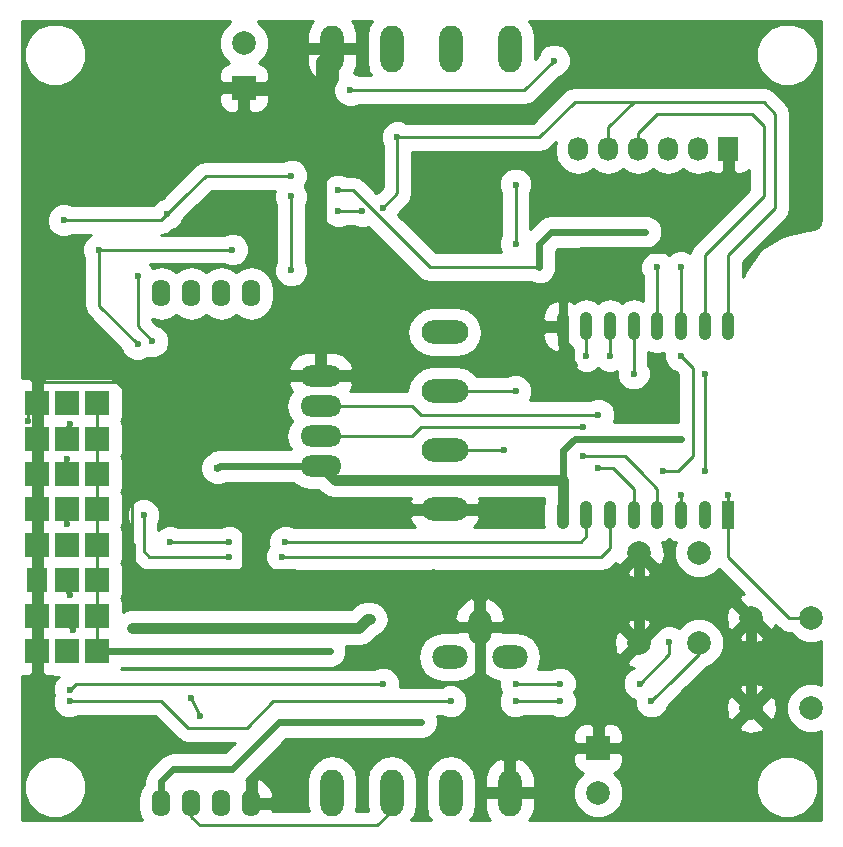
<source format=gbr>
G04 #@! TF.FileFunction,Copper,L2,Bot,Signal*
%FSLAX46Y46*%
G04 Gerber Fmt 4.6, Leading zero omitted, Abs format (unit mm)*
G04 Created by KiCad (PCBNEW 4.0.1-stable) date 3/20/2017 10:08:16 AM*
%MOMM*%
G01*
G04 APERTURE LIST*
%ADD10C,0.100000*%
%ADD11O,3.962400X1.981200*%
%ADD12R,1.100000X2.400000*%
%ADD13O,1.100000X2.400000*%
%ADD14C,2.000000*%
%ADD15R,2.000000X2.000000*%
%ADD16O,1.981200X3.962400*%
%ADD17R,2.000000X2.032000*%
%ADD18R,1.727200X2.032000*%
%ADD19O,1.600000X2.300000*%
%ADD20O,1.727200X2.032000*%
%ADD21O,1.998980X2.999740*%
%ADD22O,2.999740X1.998980*%
%ADD23O,3.500120X1.800860*%
%ADD24C,0.600000*%
%ADD25C,0.900000*%
%ADD26C,0.250000*%
%ADD27C,0.600000*%
%ADD28C,0.254000*%
G04 APERTURE END LIST*
D10*
D11*
X129000000Y-134500000D03*
X129000000Y-129500000D03*
X129000000Y-119500000D03*
X129000000Y-124500000D03*
D12*
X153000000Y-135000000D03*
D13*
X151000000Y-135000000D03*
X149000000Y-135000000D03*
X147000000Y-135000000D03*
X145000000Y-135000000D03*
X143000000Y-135000000D03*
X141000000Y-135000000D03*
X139000000Y-135000000D03*
X139000000Y-119000000D03*
X141000000Y-119000000D03*
X143000000Y-119000000D03*
X145000000Y-119000000D03*
X147000000Y-119000000D03*
X149000000Y-119000000D03*
X151000000Y-119000000D03*
X153000000Y-119000000D03*
D14*
X142000000Y-158500000D03*
D15*
X142000000Y-154700000D03*
D14*
X160040000Y-143690000D03*
X154960000Y-143690000D03*
X160040000Y-151310000D03*
X154960000Y-151310000D03*
X150540000Y-138190000D03*
X145460000Y-138190000D03*
X150540000Y-145810000D03*
X145460000Y-145810000D03*
X112000000Y-95000000D03*
D15*
X112000000Y-98800000D03*
D16*
X134500000Y-158500000D03*
X129500000Y-158500000D03*
X119500000Y-158500000D03*
X124500000Y-158500000D03*
X119500000Y-95500000D03*
X124500000Y-95500000D03*
X134500000Y-95500000D03*
X129500000Y-95500000D03*
D17*
X94500000Y-125500000D03*
X97040000Y-125500000D03*
X99580000Y-125500000D03*
X94500000Y-128500000D03*
X97040000Y-128500000D03*
X99580000Y-128500000D03*
X94500000Y-131500000D03*
X97040000Y-131500000D03*
X99580000Y-131500000D03*
X94500000Y-134500000D03*
X97040000Y-134500000D03*
X99580000Y-134500000D03*
X94500000Y-137500000D03*
X97040000Y-137500000D03*
X99580000Y-137500000D03*
D18*
X94500000Y-140500000D03*
D17*
X97040000Y-140500000D03*
X99580000Y-140500000D03*
X94500000Y-143500000D03*
X97040000Y-143500000D03*
X99580000Y-143500000D03*
X94500000Y-146500000D03*
X97040000Y-146500000D03*
X99580000Y-146500000D03*
D19*
X105000000Y-116220000D03*
X107540000Y-116220000D03*
X110080000Y-116220000D03*
X112620000Y-116220000D03*
X112620000Y-159400000D03*
X110080000Y-159400000D03*
X107540000Y-159400000D03*
X105000000Y-159400000D03*
D18*
X153000000Y-104000000D03*
D20*
X150460000Y-104000000D03*
X147920000Y-104000000D03*
X145380000Y-104000000D03*
X142840000Y-104000000D03*
X140300000Y-104000000D03*
D21*
X131960000Y-144460000D03*
D22*
X134500000Y-147000000D03*
X129420000Y-147000000D03*
D23*
X118500000Y-123190000D03*
X118500000Y-125730000D03*
X118500000Y-128270000D03*
X118500000Y-130810000D03*
D24*
X122698000Y-143802000D03*
X102500000Y-144500000D03*
X128000000Y-141000000D03*
X128000000Y-140000000D03*
X93750000Y-127000000D03*
X116250000Y-140000000D03*
X139750000Y-122250000D03*
X102500000Y-137500000D03*
X103000000Y-120500000D03*
X99580000Y-125500000D03*
X109750000Y-131000000D03*
X122000000Y-109250000D03*
X120000000Y-109250000D03*
X111000000Y-112500000D03*
X99750000Y-112500000D03*
X119250000Y-146500000D03*
X109750000Y-146500000D03*
X149000000Y-128500000D03*
X99500000Y-135000000D03*
X147000000Y-114000000D03*
X149000000Y-114000000D03*
X115250000Y-138500000D03*
X110750000Y-138500000D03*
X103500000Y-135000000D03*
X149000000Y-133250000D03*
X97040000Y-125500000D03*
X97250000Y-127250000D03*
X97000000Y-130250000D03*
X97000000Y-135750000D03*
X97000000Y-137000000D03*
X97250000Y-141750000D03*
X97500000Y-144750000D03*
X97250000Y-146250000D03*
X107500000Y-150500000D03*
X108250000Y-152000000D03*
X123750000Y-109000000D03*
X125000000Y-103000000D03*
X104250000Y-120250000D03*
X138250000Y-96500000D03*
X103000000Y-114750000D03*
X121000000Y-99000000D03*
X105500000Y-109500000D03*
X96750000Y-110000000D03*
X116000000Y-106250000D03*
X120000000Y-107500000D03*
X127000000Y-152500000D03*
X137000000Y-114000000D03*
X146000000Y-111000000D03*
X115500000Y-137250000D03*
X110750000Y-137250000D03*
X116000000Y-114250000D03*
X116000000Y-108000000D03*
X105750000Y-137250000D03*
X153000000Y-133250000D03*
X147500000Y-131250000D03*
X145500000Y-149250000D03*
X138750000Y-149250000D03*
X97250000Y-149750000D03*
X135000000Y-149250000D03*
X123750000Y-149250000D03*
X149000000Y-121500000D03*
X148000000Y-145750000D03*
X143000000Y-121500000D03*
X146500000Y-150750000D03*
X138750000Y-150750000D03*
X97250000Y-150750000D03*
X129500000Y-150750000D03*
X135000000Y-150750000D03*
X151000000Y-131250000D03*
X151000000Y-123000000D03*
X145000000Y-123000000D03*
X141000000Y-121500000D03*
X140750000Y-127500000D03*
X140750000Y-130000000D03*
X142000000Y-126500000D03*
X142000000Y-131000000D03*
X134000000Y-129500000D03*
X135000000Y-107000000D03*
X135000000Y-112000000D03*
X135000000Y-124500000D03*
D25*
X121750000Y-144500000D02*
X102500000Y-144500000D01*
X122448000Y-143802000D02*
X121750000Y-144500000D01*
X122698000Y-143802000D02*
X122448000Y-143802000D01*
X128000000Y-142500000D02*
X128000000Y-140000000D01*
X131960000Y-144460000D02*
X129960000Y-144460000D01*
X129960000Y-144460000D02*
X128000000Y-142500000D01*
X145460000Y-145810000D02*
X145460000Y-138190000D01*
X142000000Y-154700000D02*
X151570000Y-154700000D01*
X151570000Y-154700000D02*
X154960000Y-151310000D01*
X154960000Y-151310000D02*
X154960000Y-143690000D01*
X112250000Y-140000000D02*
X112250000Y-136250000D01*
X111060000Y-123190000D02*
X118500000Y-123190000D01*
X107750000Y-126500000D02*
X111060000Y-123190000D01*
X107750000Y-131750000D02*
X107750000Y-126500000D01*
X112250000Y-136250000D02*
X107750000Y-131750000D01*
D26*
X94500000Y-125500000D02*
X93750000Y-126250000D01*
X93750000Y-126250000D02*
X93750000Y-127000000D01*
D25*
X112000000Y-98800000D02*
X112200000Y-99000000D01*
X112200000Y-99000000D02*
X118500000Y-99000000D01*
D27*
X102500000Y-137500000D02*
X102500000Y-139750000D01*
D25*
X102750000Y-140000000D02*
X112250000Y-140000000D01*
X112250000Y-140000000D02*
X116250000Y-140000000D01*
D27*
X102500000Y-139750000D02*
X102750000Y-140000000D01*
D25*
X134500000Y-158500000D02*
X134500000Y-154700000D01*
X142000000Y-154700000D02*
X115300000Y-154700000D01*
X131960000Y-148960000D02*
X131960000Y-154700000D01*
X131960000Y-154700000D02*
X131750000Y-154700000D01*
X118500000Y-123190000D02*
X118500000Y-99000000D01*
X118500000Y-99000000D02*
X118500000Y-96500000D01*
X118500000Y-96500000D02*
X119500000Y-95500000D01*
D27*
X153000000Y-104000000D02*
X153000000Y-107500000D01*
X139000000Y-114000000D02*
X139000000Y-119000000D01*
X140500000Y-112500000D02*
X139000000Y-114000000D01*
X148000000Y-112500000D02*
X140500000Y-112500000D01*
X153000000Y-107500000D02*
X148000000Y-112500000D01*
D25*
X134500000Y-154700000D02*
X131750000Y-154700000D01*
D27*
X131750000Y-154700000D02*
X115300000Y-154700000D01*
X112620000Y-157380000D02*
X112620000Y-159400000D01*
X115300000Y-154700000D02*
X112620000Y-157380000D01*
D25*
X139000000Y-120500000D02*
X139000000Y-119000000D01*
X139500000Y-121000000D02*
X139000000Y-120500000D01*
X139500000Y-122000000D02*
X139500000Y-121000000D01*
X139750000Y-122250000D02*
X139500000Y-122000000D01*
X142000000Y-154700000D02*
X134500000Y-154700000D01*
X131960000Y-148960000D02*
X131960000Y-144460000D01*
D26*
X94500000Y-125500000D02*
X94500000Y-124250000D01*
X102500000Y-125000000D02*
X102500000Y-137500000D01*
X101250000Y-123750000D02*
X102500000Y-125000000D01*
X95000000Y-123750000D02*
X101250000Y-123750000D01*
X94500000Y-124250000D02*
X95000000Y-123750000D01*
X94500000Y-143500000D02*
X94500000Y-146500000D01*
X94500000Y-140500000D02*
X94500000Y-143500000D01*
X94500000Y-137500000D02*
X94500000Y-140500000D01*
X94500000Y-134500000D02*
X94500000Y-137500000D01*
X94500000Y-131500000D02*
X94500000Y-134500000D01*
X94500000Y-128500000D02*
X94500000Y-131500000D01*
X94500000Y-125500000D02*
X94500000Y-128500000D01*
X99750000Y-116500000D02*
X99750000Y-117250000D01*
X99750000Y-117250000D02*
X103000000Y-120500000D01*
X99580000Y-128500000D02*
X99580000Y-125500000D01*
X99750000Y-116500000D02*
X99750000Y-112500000D01*
D27*
X109940000Y-130810000D02*
X118500000Y-130810000D01*
X109750000Y-131000000D02*
X109940000Y-130810000D01*
D26*
X120000000Y-109250000D02*
X122000000Y-109250000D01*
X99750000Y-112500000D02*
X111000000Y-112500000D01*
D25*
X139000000Y-135000000D02*
X139000000Y-132000000D01*
X118500000Y-130810000D02*
X119690000Y-132000000D01*
X119690000Y-132000000D02*
X139000000Y-132000000D01*
D27*
X119190000Y-131500000D02*
X118500000Y-130810000D01*
X109750000Y-146500000D02*
X119250000Y-146500000D01*
X109750000Y-146500000D02*
X99580000Y-146500000D01*
X139000000Y-132000000D02*
X139000000Y-131500000D01*
X139000000Y-131500000D02*
X139000000Y-129500000D01*
X139000000Y-129500000D02*
X140000000Y-128500000D01*
X140000000Y-128500000D02*
X149000000Y-128500000D01*
D26*
X99500000Y-135000000D02*
X99580000Y-134920000D01*
X99580000Y-134920000D02*
X99580000Y-134500000D01*
X99580000Y-131500000D02*
X99580000Y-128500000D01*
X99580000Y-134500000D02*
X99580000Y-131500000D01*
X99580000Y-137500000D02*
X99580000Y-134500000D01*
X99580000Y-140500000D02*
X99580000Y-137500000D01*
X99580000Y-143500000D02*
X99580000Y-140500000D01*
X99580000Y-146500000D02*
X99580000Y-143500000D01*
X147000000Y-119000000D02*
X147000000Y-114000000D01*
X149000000Y-119000000D02*
X149000000Y-114000000D01*
X104000000Y-138500000D02*
X110750000Y-138500000D01*
X115250000Y-138500000D02*
X116250000Y-138500000D01*
X143000000Y-137750000D02*
X143000000Y-135000000D01*
X142250000Y-138500000D02*
X143000000Y-137750000D01*
X116250000Y-138500000D02*
X142250000Y-138500000D01*
X103500000Y-138000000D02*
X104000000Y-138500000D01*
X103500000Y-135000000D02*
X103500000Y-138000000D01*
X149000000Y-135000000D02*
X149000000Y-133250000D01*
X97250000Y-127250000D02*
X97040000Y-127460000D01*
X97040000Y-127460000D02*
X97040000Y-128500000D01*
X97040000Y-130290000D02*
X97040000Y-131500000D01*
X97000000Y-130250000D02*
X97040000Y-130290000D01*
X97040000Y-135710000D02*
X97040000Y-134500000D01*
X97000000Y-135750000D02*
X97040000Y-135710000D01*
X97000000Y-137000000D02*
X97040000Y-137040000D01*
X97040000Y-137040000D02*
X97040000Y-137500000D01*
X97040000Y-141540000D02*
X97040000Y-140500000D01*
X97250000Y-141750000D02*
X97040000Y-141540000D01*
X97040000Y-143500000D02*
X97040000Y-144290000D01*
X97040000Y-144290000D02*
X97500000Y-144750000D01*
X97250000Y-146250000D02*
X97040000Y-146460000D01*
X97040000Y-146460000D02*
X97040000Y-146500000D01*
X108250000Y-152000000D02*
X107500000Y-150500000D01*
X124500000Y-158500000D02*
X124500000Y-160000000D01*
X124500000Y-160000000D02*
X123250000Y-161250000D01*
X123250000Y-161250000D02*
X108250000Y-161250000D01*
X108250000Y-161250000D02*
X107540000Y-160540000D01*
X107540000Y-160540000D02*
X107540000Y-159400000D01*
X125000000Y-107750000D02*
X125000000Y-106750000D01*
X123750000Y-109000000D02*
X125000000Y-107750000D01*
X125000000Y-106750000D02*
X125000000Y-106000000D01*
X125000000Y-106000000D02*
X125000000Y-103000000D01*
X125000000Y-103000000D02*
X137000000Y-103000000D01*
X140000000Y-100000000D02*
X145000000Y-100000000D01*
X137000000Y-103000000D02*
X140000000Y-100000000D01*
X142840000Y-104000000D02*
X142840000Y-102160000D01*
X142840000Y-102160000D02*
X145000000Y-100000000D01*
X153000000Y-113000000D02*
X153000000Y-119000000D01*
X145000000Y-100000000D02*
X156000000Y-100000000D01*
X156000000Y-100000000D02*
X157000000Y-101000000D01*
X157000000Y-101000000D02*
X157000000Y-109000000D01*
X157000000Y-109000000D02*
X153000000Y-113000000D01*
X103000000Y-118000000D02*
X103000000Y-119000000D01*
X103000000Y-119000000D02*
X104250000Y-120250000D01*
X135750000Y-99000000D02*
X134250000Y-99000000D01*
X138250000Y-96500000D02*
X135750000Y-99000000D01*
X103000000Y-118000000D02*
X103000000Y-114750000D01*
X134250000Y-99000000D02*
X121000000Y-99000000D01*
X145380000Y-104000000D02*
X145380000Y-102620000D01*
X151000000Y-113000000D02*
X151000000Y-119000000D01*
X156000000Y-108000000D02*
X151000000Y-113000000D01*
X156000000Y-102000000D02*
X156000000Y-108000000D01*
X155000000Y-101000000D02*
X156000000Y-102000000D01*
X147000000Y-101000000D02*
X155000000Y-101000000D01*
X145380000Y-102620000D02*
X147000000Y-101000000D01*
X107000000Y-108000000D02*
X105500000Y-109500000D01*
X105500000Y-109500000D02*
X105000000Y-110000000D01*
X105000000Y-110000000D02*
X96750000Y-110000000D01*
X108750000Y-106250000D02*
X107000000Y-108000000D01*
X116000000Y-106250000D02*
X108750000Y-106250000D01*
X137000000Y-114000000D02*
X127750000Y-114000000D01*
X121250000Y-107500000D02*
X120000000Y-107500000D01*
X127750000Y-114000000D02*
X121250000Y-107500000D01*
D27*
X105000000Y-159400000D02*
X105000000Y-157500000D01*
X115000000Y-152500000D02*
X127000000Y-152500000D01*
X111000000Y-156500000D02*
X115000000Y-152500000D01*
X106000000Y-156500000D02*
X111000000Y-156500000D01*
X105000000Y-157500000D02*
X106000000Y-156500000D01*
X137000000Y-114000000D02*
X137000000Y-112000000D01*
X137000000Y-112000000D02*
X138000000Y-111000000D01*
X138000000Y-111000000D02*
X146000000Y-111000000D01*
D26*
X105750000Y-137250000D02*
X110750000Y-137250000D01*
X115500000Y-137250000D02*
X122500000Y-137250000D01*
X116000000Y-108000000D02*
X116000000Y-114250000D01*
X141000000Y-135000000D02*
X141000000Y-136750000D01*
X141000000Y-136750000D02*
X140500000Y-137250000D01*
X140500000Y-137250000D02*
X122500000Y-137250000D01*
X153000000Y-135000000D02*
X153000000Y-138500000D01*
X158190000Y-143690000D02*
X160040000Y-143690000D01*
X153000000Y-138500000D02*
X158190000Y-143690000D01*
X153000000Y-135000000D02*
X153000000Y-133250000D01*
X135000000Y-149250000D02*
X138750000Y-149250000D01*
X145500000Y-149250000D02*
X148000000Y-146750000D01*
X97750000Y-149250000D02*
X99250000Y-149250000D01*
X97250000Y-149750000D02*
X97750000Y-149250000D01*
X99250000Y-149250000D02*
X100000000Y-149250000D01*
X145500000Y-149250000D02*
X148000000Y-146750000D01*
X100000000Y-149250000D02*
X123750000Y-149250000D01*
X150000000Y-122500000D02*
X149000000Y-121500000D01*
X150000000Y-130000000D02*
X150000000Y-122500000D01*
X148750000Y-131250000D02*
X150000000Y-130000000D01*
X147500000Y-131250000D02*
X148750000Y-131250000D01*
X148000000Y-146750000D02*
X148000000Y-145750000D01*
X143000000Y-119000000D02*
X143000000Y-121500000D01*
X135000000Y-150750000D02*
X138750000Y-150750000D01*
X146500000Y-150750000D02*
X150540000Y-146710000D01*
X150540000Y-146710000D02*
X150540000Y-145810000D01*
X105000000Y-150750000D02*
X107250000Y-153000000D01*
X97250000Y-150750000D02*
X105000000Y-150750000D01*
X150540000Y-146710000D02*
X148250000Y-149000000D01*
X107250000Y-153000000D02*
X112250000Y-153000000D01*
X112250000Y-153000000D02*
X114500000Y-150750000D01*
X146500000Y-150750000D02*
X148250000Y-149000000D01*
X114500000Y-150750000D02*
X129500000Y-150750000D01*
X150540000Y-146710000D02*
X150540000Y-145810000D01*
X150540000Y-146460000D02*
X150540000Y-145810000D01*
X151000000Y-131250000D02*
X151000000Y-123000000D01*
X145000000Y-123000000D02*
X145000000Y-119000000D01*
X141000000Y-119000000D02*
X141000000Y-121500000D01*
X141500000Y-130000000D02*
X140750000Y-130000000D01*
X126230000Y-128270000D02*
X127000000Y-127500000D01*
X118500000Y-128270000D02*
X126230000Y-128270000D01*
X127000000Y-127500000D02*
X140750000Y-127500000D01*
X144250000Y-130000000D02*
X145500000Y-131250000D01*
X141500000Y-130000000D02*
X144250000Y-130000000D01*
X147000000Y-132750000D02*
X147000000Y-135000000D01*
X145500000Y-131250000D02*
X147000000Y-132750000D01*
X145000000Y-135000000D02*
X145000000Y-132750000D01*
X143250000Y-131000000D02*
X142000000Y-131000000D01*
X145000000Y-132750000D02*
X143250000Y-131000000D01*
X118500000Y-125730000D02*
X126230000Y-125730000D01*
X127000000Y-126500000D02*
X142000000Y-126500000D01*
X126230000Y-125730000D02*
X127000000Y-126500000D01*
X129000000Y-129500000D02*
X134000000Y-129500000D01*
X129000000Y-124500000D02*
X135000000Y-124500000D01*
X135000000Y-112000000D02*
X135000000Y-107000000D01*
D28*
G36*
X110796726Y-93195766D02*
X110197869Y-93793578D01*
X109873370Y-94575057D01*
X109872632Y-95421230D01*
X110195766Y-96203274D01*
X110697188Y-96705573D01*
X110361606Y-96844576D01*
X110044575Y-97161606D01*
X109873000Y-97575826D01*
X109873000Y-98145250D01*
X110154750Y-98427000D01*
X111627000Y-98427000D01*
X111627000Y-98407000D01*
X112373000Y-98407000D01*
X112373000Y-98427000D01*
X113845250Y-98427000D01*
X114127000Y-98145250D01*
X114127000Y-97575826D01*
X113955425Y-97161606D01*
X113638394Y-96844576D01*
X113302314Y-96705367D01*
X113802131Y-96206422D01*
X113940580Y-95873000D01*
X117382400Y-95873000D01*
X117382400Y-96863600D01*
X117686334Y-97645578D01*
X118266382Y-98251720D01*
X118805506Y-98491077D01*
X119127000Y-98288158D01*
X119127000Y-95873000D01*
X117382400Y-95873000D01*
X113940580Y-95873000D01*
X114126630Y-95424943D01*
X114127368Y-94578770D01*
X113804234Y-93796726D01*
X113206422Y-93197869D01*
X113156164Y-93177000D01*
X117856118Y-93177000D01*
X117686334Y-93354422D01*
X117382400Y-94136400D01*
X117382400Y-95127000D01*
X119127000Y-95127000D01*
X119127000Y-95107000D01*
X119873000Y-95107000D01*
X119873000Y-95127000D01*
X121617600Y-95127000D01*
X121617600Y-94136400D01*
X121313666Y-93354422D01*
X121143882Y-93177000D01*
X122851715Y-93177000D01*
X122543593Y-93638137D01*
X122382400Y-94448507D01*
X122382400Y-96551493D01*
X122543593Y-97361863D01*
X122801601Y-97748000D01*
X121705943Y-97748000D01*
X121333901Y-97593515D01*
X121617600Y-96863600D01*
X121617600Y-95873000D01*
X119873000Y-95873000D01*
X119873000Y-98108710D01*
X119790953Y-98190614D01*
X119573248Y-98714907D01*
X119572752Y-99282603D01*
X119789543Y-99807275D01*
X120190614Y-100209047D01*
X120714907Y-100426752D01*
X121282603Y-100427248D01*
X121706734Y-100252000D01*
X135750000Y-100252000D01*
X136229120Y-100156697D01*
X136635298Y-99885298D01*
X138636121Y-97884475D01*
X139057275Y-97710457D01*
X139459047Y-97309386D01*
X139676752Y-96785093D01*
X139676983Y-96520250D01*
X155372545Y-96520250D01*
X155771639Y-97486132D01*
X156509981Y-98225764D01*
X157475165Y-98626543D01*
X158520250Y-98627455D01*
X159486132Y-98228361D01*
X160225764Y-97490019D01*
X160626543Y-96524835D01*
X160627455Y-95479750D01*
X160228361Y-94513868D01*
X159490019Y-93774236D01*
X158524835Y-93373457D01*
X157479750Y-93372545D01*
X156513868Y-93771639D01*
X155774236Y-94509981D01*
X155373457Y-95475165D01*
X155372545Y-96520250D01*
X139676983Y-96520250D01*
X139677248Y-96217397D01*
X139460457Y-95692725D01*
X139059386Y-95290953D01*
X138535093Y-95073248D01*
X137967397Y-95072752D01*
X137442725Y-95289543D01*
X137040953Y-95690614D01*
X136864966Y-96114438D01*
X136617600Y-96361804D01*
X136617600Y-94448507D01*
X136456407Y-93638137D01*
X136148285Y-93177000D01*
X160823000Y-93177000D01*
X160823000Y-109884077D01*
X160739049Y-110306125D01*
X160565645Y-110565644D01*
X160306125Y-110739049D01*
X159770379Y-110845616D01*
X157856962Y-111226218D01*
X157432677Y-111401962D01*
X155810560Y-112485826D01*
X155485827Y-112810559D01*
X154401962Y-114432677D01*
X154252000Y-114794718D01*
X154252000Y-113518596D01*
X157885298Y-109885298D01*
X157953916Y-109782603D01*
X158156697Y-109479120D01*
X158252000Y-109000000D01*
X158252000Y-101000005D01*
X158252001Y-101000000D01*
X158156698Y-100520881D01*
X157913358Y-100156697D01*
X157885298Y-100114702D01*
X157885295Y-100114700D01*
X156885298Y-99114702D01*
X156713634Y-99000000D01*
X156479120Y-98843303D01*
X156000000Y-98748000D01*
X140000005Y-98748000D01*
X140000000Y-98747999D01*
X139520881Y-98843302D01*
X139520879Y-98843303D01*
X139520880Y-98843303D01*
X139114702Y-99114702D01*
X139114700Y-99114705D01*
X136481404Y-101748000D01*
X125705943Y-101748000D01*
X125285093Y-101573248D01*
X124717397Y-101572752D01*
X124192725Y-101789543D01*
X123790953Y-102190614D01*
X123573248Y-102714907D01*
X123572752Y-103282603D01*
X123748000Y-103706734D01*
X123748000Y-107231404D01*
X123363879Y-107615525D01*
X123202713Y-107682117D01*
X122135298Y-106614702D01*
X122103272Y-106593303D01*
X121729120Y-106343303D01*
X121250000Y-106248000D01*
X120705943Y-106248000D01*
X120285093Y-106073248D01*
X119717397Y-106072752D01*
X119192725Y-106289543D01*
X118790953Y-106690614D01*
X118573248Y-107214907D01*
X118572752Y-107782603D01*
X118789543Y-108307275D01*
X118856916Y-108374766D01*
X118790953Y-108440614D01*
X118573248Y-108964907D01*
X118572752Y-109532603D01*
X118789543Y-110057275D01*
X119190614Y-110459047D01*
X119714907Y-110676752D01*
X120282603Y-110677248D01*
X120706734Y-110502000D01*
X121294057Y-110502000D01*
X121714907Y-110676752D01*
X122282603Y-110677248D01*
X122547287Y-110567883D01*
X126864702Y-114885298D01*
X127270880Y-115156697D01*
X127750000Y-115252000D01*
X136294057Y-115252000D01*
X136714907Y-115426752D01*
X137282603Y-115427248D01*
X137807275Y-115210457D01*
X138209047Y-114809386D01*
X138426752Y-114285093D01*
X138427248Y-113717397D01*
X138427000Y-113716797D01*
X138427000Y-112591082D01*
X138591083Y-112427000D01*
X145998755Y-112427000D01*
X146282603Y-112427248D01*
X146807275Y-112210457D01*
X147209047Y-111809386D01*
X147426752Y-111285093D01*
X147427248Y-110717397D01*
X147210457Y-110192725D01*
X146809386Y-109790953D01*
X146285093Y-109573248D01*
X145717397Y-109572752D01*
X145716797Y-109573000D01*
X138000000Y-109573000D01*
X137453911Y-109681624D01*
X136990959Y-109990958D01*
X136252000Y-110729918D01*
X136252000Y-107705943D01*
X136426752Y-107285093D01*
X136427248Y-106717397D01*
X136210457Y-106192725D01*
X135809386Y-105790953D01*
X135285093Y-105573248D01*
X134717397Y-105572752D01*
X134192725Y-105789543D01*
X133790953Y-106190614D01*
X133573248Y-106714907D01*
X133572752Y-107282603D01*
X133748000Y-107706734D01*
X133748000Y-111294057D01*
X133573248Y-111714907D01*
X133572752Y-112282603D01*
X133765051Y-112748000D01*
X128268596Y-112748000D01*
X125067881Y-109547285D01*
X125135034Y-109385562D01*
X125885298Y-108635298D01*
X125961749Y-108520881D01*
X126156697Y-108229120D01*
X126252000Y-107750000D01*
X126252000Y-104252000D01*
X137000000Y-104252000D01*
X137479120Y-104156697D01*
X137885298Y-103885298D01*
X138394920Y-103375676D01*
X138309400Y-103805616D01*
X138309400Y-104194384D01*
X138460925Y-104956154D01*
X138892433Y-105601951D01*
X139538230Y-106033459D01*
X140300000Y-106184984D01*
X141061770Y-106033459D01*
X141570000Y-105693870D01*
X142078230Y-106033459D01*
X142840000Y-106184984D01*
X143601770Y-106033459D01*
X144110000Y-105693870D01*
X144618230Y-106033459D01*
X145380000Y-106184984D01*
X146141770Y-106033459D01*
X146650000Y-105693870D01*
X147158230Y-106033459D01*
X147920000Y-106184984D01*
X148681770Y-106033459D01*
X149190000Y-105693870D01*
X149698230Y-106033459D01*
X150460000Y-106184984D01*
X151221770Y-106033459D01*
X151424548Y-105897967D01*
X151498006Y-105971424D01*
X151912226Y-106143000D01*
X152345250Y-106143000D01*
X152627000Y-105861250D01*
X152627000Y-104373000D01*
X152607000Y-104373000D01*
X152607000Y-103627000D01*
X152627000Y-103627000D01*
X152627000Y-103607000D01*
X153373000Y-103607000D01*
X153373000Y-103627000D01*
X153393000Y-103627000D01*
X153393000Y-104373000D01*
X153373000Y-104373000D01*
X153373000Y-105861250D01*
X153654750Y-106143000D01*
X154087774Y-106143000D01*
X154501994Y-105971424D01*
X154748000Y-105725419D01*
X154748000Y-107481404D01*
X150114702Y-112114702D01*
X149843303Y-112520880D01*
X149791093Y-112783357D01*
X149285093Y-112573248D01*
X148717397Y-112572752D01*
X148192725Y-112789543D01*
X148000016Y-112981916D01*
X147809386Y-112790953D01*
X147285093Y-112573248D01*
X146717397Y-112572752D01*
X146192725Y-112789543D01*
X145790953Y-113190614D01*
X145573248Y-113714907D01*
X145572752Y-114282603D01*
X145748000Y-114706734D01*
X145748000Y-116826052D01*
X145641760Y-116755065D01*
X145000000Y-116627411D01*
X144358240Y-116755065D01*
X144000000Y-116994433D01*
X143641760Y-116755065D01*
X143000000Y-116627411D01*
X142358240Y-116755065D01*
X142000000Y-116994433D01*
X141641760Y-116755065D01*
X141000000Y-116627411D01*
X140358240Y-116755065D01*
X139987205Y-117002983D01*
X139530404Y-116759088D01*
X139275000Y-116982119D01*
X139275000Y-118627000D01*
X139323000Y-118627000D01*
X139323000Y-119373000D01*
X139275000Y-119373000D01*
X139275000Y-121017881D01*
X139530404Y-121240912D01*
X139573245Y-121218038D01*
X139572752Y-121782603D01*
X139789543Y-122307275D01*
X140190614Y-122709047D01*
X140714907Y-122926752D01*
X141282603Y-122927248D01*
X141807275Y-122710457D01*
X141999984Y-122518084D01*
X142190614Y-122709047D01*
X142714907Y-122926752D01*
X143282603Y-122927248D01*
X143573167Y-122807189D01*
X143572752Y-123282603D01*
X143789543Y-123807275D01*
X144190614Y-124209047D01*
X144714907Y-124426752D01*
X145282603Y-124427248D01*
X145807275Y-124210457D01*
X146209047Y-123809386D01*
X146426752Y-123285093D01*
X146427248Y-122717397D01*
X146252000Y-122293266D01*
X146252000Y-121173948D01*
X146358240Y-121244935D01*
X147000000Y-121372589D01*
X147573210Y-121258570D01*
X147572752Y-121782603D01*
X147789543Y-122307275D01*
X148190614Y-122709047D01*
X148614438Y-122885034D01*
X148748000Y-123018595D01*
X148748000Y-127072779D01*
X148717397Y-127072752D01*
X148716797Y-127073000D01*
X143307203Y-127073000D01*
X143426752Y-126785093D01*
X143427248Y-126217397D01*
X143210457Y-125692725D01*
X142809386Y-125290953D01*
X142285093Y-125073248D01*
X141717397Y-125072752D01*
X141293266Y-125248000D01*
X136234537Y-125248000D01*
X136426752Y-124785093D01*
X136427248Y-124217397D01*
X136210457Y-123692725D01*
X135809386Y-123290953D01*
X135285093Y-123073248D01*
X134717397Y-123072752D01*
X134293266Y-123248000D01*
X131712812Y-123248000D01*
X131548862Y-123002631D01*
X130861863Y-122543593D01*
X130051493Y-122382400D01*
X127948507Y-122382400D01*
X127138137Y-122543593D01*
X126451138Y-123002631D01*
X125992100Y-123689630D01*
X125835283Y-124478000D01*
X120960953Y-124478000D01*
X120946955Y-124457051D01*
X121046990Y-124359858D01*
X121259568Y-123870154D01*
X121054995Y-123563000D01*
X118873000Y-123563000D01*
X118873000Y-123583000D01*
X118127000Y-123583000D01*
X118127000Y-123563000D01*
X115945005Y-123563000D01*
X115740432Y-123870154D01*
X115953010Y-124359858D01*
X116053045Y-124457051D01*
X115720904Y-124954136D01*
X115566575Y-125730000D01*
X115720904Y-126505864D01*
X116051074Y-127000000D01*
X115720904Y-127494136D01*
X115566575Y-128270000D01*
X115720904Y-129045864D01*
X115946171Y-129383000D01*
X109940000Y-129383000D01*
X109393911Y-129491624D01*
X108956660Y-129783785D01*
X108942725Y-129789543D01*
X108931960Y-129800289D01*
X108930959Y-129800958D01*
X108742122Y-129989796D01*
X108540953Y-130190614D01*
X108323248Y-130714907D01*
X108322752Y-131282603D01*
X108539543Y-131807275D01*
X108940614Y-132209047D01*
X109464907Y-132426752D01*
X110032603Y-132427248D01*
X110493036Y-132237000D01*
X116155978Y-132237000D01*
X116160395Y-132243610D01*
X116818141Y-132683101D01*
X117594005Y-132837430D01*
X118297216Y-132837430D01*
X118574893Y-133115107D01*
X119086508Y-133456958D01*
X119690000Y-133577000D01*
X126110374Y-133577000D01*
X126008923Y-133805506D01*
X126211842Y-134127000D01*
X128627000Y-134127000D01*
X128627000Y-134107000D01*
X129373000Y-134107000D01*
X129373000Y-134127000D01*
X131788158Y-134127000D01*
X131991077Y-133805506D01*
X131889626Y-133577000D01*
X137423000Y-133577000D01*
X137423000Y-133801677D01*
X137323000Y-134304411D01*
X137323000Y-135695589D01*
X137383153Y-135998000D01*
X131475445Y-135998000D01*
X131751720Y-135733618D01*
X131991077Y-135194494D01*
X131788158Y-134873000D01*
X129373000Y-134873000D01*
X129373000Y-134893000D01*
X128627000Y-134893000D01*
X128627000Y-134873000D01*
X126211842Y-134873000D01*
X126008923Y-135194494D01*
X126248280Y-135733618D01*
X126524555Y-135998000D01*
X116205943Y-135998000D01*
X115785093Y-135823248D01*
X115217397Y-135822752D01*
X114692725Y-136039543D01*
X114290953Y-136440614D01*
X114073248Y-136964907D01*
X114072752Y-137532603D01*
X114109689Y-137621998D01*
X114040953Y-137690614D01*
X113823248Y-138214907D01*
X113822752Y-138782603D01*
X114039543Y-139307275D01*
X114440614Y-139709047D01*
X114964907Y-139926752D01*
X115532603Y-139927248D01*
X115933316Y-139761676D01*
X144415825Y-139761676D01*
X144506047Y-140137589D01*
X145323972Y-140354400D01*
X146162607Y-140241700D01*
X146413953Y-140137589D01*
X146504175Y-139761676D01*
X145460000Y-138717502D01*
X144415825Y-139761676D01*
X115933316Y-139761676D01*
X115956734Y-139752000D01*
X142250000Y-139752000D01*
X142729120Y-139656697D01*
X143135298Y-139385298D01*
X143472645Y-139047951D01*
X143512411Y-139143953D01*
X143888324Y-139234175D01*
X144932498Y-138190000D01*
X144918356Y-138175858D01*
X145445858Y-137648356D01*
X145460000Y-137662498D01*
X145474142Y-137648356D01*
X146001644Y-138175858D01*
X145987502Y-138190000D01*
X147031676Y-139234175D01*
X147407589Y-139143953D01*
X147624400Y-138326028D01*
X147511700Y-137487393D01*
X147428816Y-137287292D01*
X147641760Y-137244935D01*
X148000000Y-137005567D01*
X148358240Y-137244935D01*
X148608660Y-137294747D01*
X148413370Y-137765057D01*
X148412632Y-138611230D01*
X148735766Y-139393274D01*
X149333578Y-139992131D01*
X150115057Y-140316630D01*
X150961230Y-140317368D01*
X151743274Y-139994234D01*
X152233884Y-139504480D01*
X154354636Y-141625232D01*
X154257393Y-141638300D01*
X154006047Y-141742411D01*
X153915825Y-142118324D01*
X154960000Y-143162498D01*
X154974142Y-143148356D01*
X155501644Y-143675858D01*
X155487502Y-143690000D01*
X156531676Y-144734175D01*
X156907589Y-144643953D01*
X157005183Y-144275778D01*
X157304700Y-144575295D01*
X157304702Y-144575298D01*
X157710880Y-144846697D01*
X158190000Y-144942000D01*
X158284407Y-144942000D01*
X158833578Y-145492131D01*
X159615057Y-145816630D01*
X160461230Y-145817368D01*
X160823000Y-145667888D01*
X160823000Y-149332049D01*
X160464943Y-149183370D01*
X159618770Y-149182632D01*
X158836726Y-149505766D01*
X158237869Y-150103578D01*
X157913370Y-150885057D01*
X157912632Y-151731230D01*
X158235766Y-152513274D01*
X158833578Y-153112131D01*
X159615057Y-153436630D01*
X160461230Y-153437368D01*
X160823000Y-153287888D01*
X160823000Y-160823000D01*
X136143882Y-160823000D01*
X136313666Y-160645578D01*
X136617600Y-159863600D01*
X136617600Y-158921230D01*
X139872632Y-158921230D01*
X140195766Y-159703274D01*
X140793578Y-160302131D01*
X141575057Y-160626630D01*
X142421230Y-160627368D01*
X143203274Y-160304234D01*
X143802131Y-159706422D01*
X144126630Y-158924943D01*
X144126982Y-158520250D01*
X155372545Y-158520250D01*
X155771639Y-159486132D01*
X156509981Y-160225764D01*
X157475165Y-160626543D01*
X158520250Y-160627455D01*
X159486132Y-160228361D01*
X160225764Y-159490019D01*
X160626543Y-158524835D01*
X160627455Y-157479750D01*
X160228361Y-156513868D01*
X159490019Y-155774236D01*
X158524835Y-155373457D01*
X157479750Y-155372545D01*
X156513868Y-155771639D01*
X155774236Y-156509981D01*
X155373457Y-157475165D01*
X155372545Y-158520250D01*
X144126982Y-158520250D01*
X144127368Y-158078770D01*
X143804234Y-157296726D01*
X143302812Y-156794427D01*
X143638394Y-156655424D01*
X143955425Y-156338394D01*
X144127000Y-155924174D01*
X144127000Y-155354750D01*
X143845250Y-155073000D01*
X142373000Y-155073000D01*
X142373000Y-155093000D01*
X141627000Y-155093000D01*
X141627000Y-155073000D01*
X140154750Y-155073000D01*
X139873000Y-155354750D01*
X139873000Y-155924174D01*
X140044575Y-156338394D01*
X140361606Y-156655424D01*
X140697686Y-156794633D01*
X140197869Y-157293578D01*
X139873370Y-158075057D01*
X139872632Y-158921230D01*
X136617600Y-158921230D01*
X136617600Y-158873000D01*
X134873000Y-158873000D01*
X134873000Y-158893000D01*
X134127000Y-158893000D01*
X134127000Y-158873000D01*
X132382400Y-158873000D01*
X132382400Y-159863600D01*
X132686334Y-160645578D01*
X132856118Y-160823000D01*
X131148285Y-160823000D01*
X131456407Y-160361863D01*
X131617600Y-159551493D01*
X131617600Y-157448507D01*
X131555518Y-157136400D01*
X132382400Y-157136400D01*
X132382400Y-158127000D01*
X134127000Y-158127000D01*
X134127000Y-155711842D01*
X134873000Y-155711842D01*
X134873000Y-158127000D01*
X136617600Y-158127000D01*
X136617600Y-157136400D01*
X136313666Y-156354422D01*
X135733618Y-155748280D01*
X135194494Y-155508923D01*
X134873000Y-155711842D01*
X134127000Y-155711842D01*
X133805506Y-155508923D01*
X133266382Y-155748280D01*
X132686334Y-156354422D01*
X132382400Y-157136400D01*
X131555518Y-157136400D01*
X131456407Y-156638137D01*
X130997369Y-155951138D01*
X130310370Y-155492100D01*
X129500000Y-155330907D01*
X128689630Y-155492100D01*
X128002631Y-155951138D01*
X127543593Y-156638137D01*
X127382400Y-157448507D01*
X127382400Y-159551493D01*
X127543593Y-160361863D01*
X127851715Y-160823000D01*
X126148285Y-160823000D01*
X126456407Y-160361863D01*
X126617600Y-159551493D01*
X126617600Y-157448507D01*
X126456407Y-156638137D01*
X125997369Y-155951138D01*
X125310370Y-155492100D01*
X124500000Y-155330907D01*
X123689630Y-155492100D01*
X123002631Y-155951138D01*
X122543593Y-156638137D01*
X122382400Y-157448507D01*
X122382400Y-159551493D01*
X122471216Y-159998000D01*
X121528784Y-159998000D01*
X121617600Y-159551493D01*
X121617600Y-157448507D01*
X121456407Y-156638137D01*
X120997369Y-155951138D01*
X120310370Y-155492100D01*
X119500000Y-155330907D01*
X118689630Y-155492100D01*
X118002631Y-155951138D01*
X117543593Y-156638137D01*
X117382400Y-157448507D01*
X117382400Y-159551493D01*
X117471216Y-159998000D01*
X114453346Y-159998000D01*
X114263024Y-159773000D01*
X112993000Y-159773000D01*
X112993000Y-159793000D01*
X112247000Y-159793000D01*
X112247000Y-159773000D01*
X112227000Y-159773000D01*
X112227000Y-159027000D01*
X112247000Y-159027000D01*
X112247000Y-157447590D01*
X112993000Y-157447590D01*
X112993000Y-159027000D01*
X114263024Y-159027000D01*
X114517479Y-158726182D01*
X114249122Y-158024697D01*
X113732746Y-157479306D01*
X113284156Y-157241071D01*
X112993000Y-157447590D01*
X112247000Y-157447590D01*
X112143737Y-157374345D01*
X115591083Y-153927000D01*
X126998755Y-153927000D01*
X127282603Y-153927248D01*
X127807275Y-153710457D01*
X128042316Y-153475826D01*
X139873000Y-153475826D01*
X139873000Y-154045250D01*
X140154750Y-154327000D01*
X141627000Y-154327000D01*
X141627000Y-152854750D01*
X142373000Y-152854750D01*
X142373000Y-154327000D01*
X143845250Y-154327000D01*
X144127000Y-154045250D01*
X144127000Y-153475826D01*
X143955425Y-153061606D01*
X143775495Y-152881676D01*
X153915825Y-152881676D01*
X154006047Y-153257589D01*
X154823972Y-153474400D01*
X155662607Y-153361700D01*
X155913953Y-153257589D01*
X156004175Y-152881676D01*
X154960000Y-151837502D01*
X153915825Y-152881676D01*
X143775495Y-152881676D01*
X143638394Y-152744576D01*
X143224174Y-152573000D01*
X142654750Y-152573000D01*
X142373000Y-152854750D01*
X141627000Y-152854750D01*
X141345250Y-152573000D01*
X140775826Y-152573000D01*
X140361606Y-152744576D01*
X140044575Y-153061606D01*
X139873000Y-153475826D01*
X128042316Y-153475826D01*
X128209047Y-153309386D01*
X128426752Y-152785093D01*
X128427248Y-152217397D01*
X128338247Y-152002000D01*
X128794057Y-152002000D01*
X129214907Y-152176752D01*
X129782603Y-152177248D01*
X130307275Y-151960457D01*
X130709047Y-151559386D01*
X130926752Y-151035093D01*
X130927248Y-150467397D01*
X130710457Y-149942725D01*
X130309386Y-149540953D01*
X129785093Y-149323248D01*
X129217397Y-149322752D01*
X128793266Y-149498000D01*
X125176784Y-149498000D01*
X125177248Y-148967397D01*
X124960457Y-148442725D01*
X124559386Y-148040953D01*
X124035093Y-147823248D01*
X123467397Y-147822752D01*
X123043266Y-147998000D01*
X101614672Y-147998000D01*
X101638548Y-147963056D01*
X101645850Y-147927000D01*
X109748755Y-147927000D01*
X110032603Y-147927248D01*
X110033203Y-147927000D01*
X119248755Y-147927000D01*
X119532603Y-147927248D01*
X120057275Y-147710457D01*
X120459047Y-147309386D01*
X120587515Y-147000000D01*
X126741667Y-147000000D01*
X126903536Y-147813772D01*
X127364502Y-148503655D01*
X128054385Y-148964621D01*
X128868157Y-149126490D01*
X129971843Y-149126490D01*
X130785615Y-148964621D01*
X131475498Y-148503655D01*
X131936464Y-147813772D01*
X131960000Y-147695448D01*
X131983536Y-147813772D01*
X132444502Y-148503655D01*
X133134385Y-148964621D01*
X133573172Y-149051901D01*
X133572752Y-149532603D01*
X133766085Y-150000503D01*
X133573248Y-150464907D01*
X133572752Y-151032603D01*
X133789543Y-151557275D01*
X134190614Y-151959047D01*
X134714907Y-152176752D01*
X135282603Y-152177248D01*
X135706734Y-152002000D01*
X138044057Y-152002000D01*
X138464907Y-152176752D01*
X139032603Y-152177248D01*
X139557275Y-151960457D01*
X139959047Y-151559386D01*
X140176752Y-151035093D01*
X140177248Y-150467397D01*
X139983915Y-149999497D01*
X140176752Y-149535093D01*
X140176754Y-149532603D01*
X144072752Y-149532603D01*
X144289543Y-150057275D01*
X144690614Y-150459047D01*
X145073114Y-150617875D01*
X145072752Y-151032603D01*
X145289543Y-151557275D01*
X145690614Y-151959047D01*
X146214907Y-152176752D01*
X146782603Y-152177248D01*
X147307275Y-151960457D01*
X147709047Y-151559386D01*
X147869084Y-151173972D01*
X152795600Y-151173972D01*
X152908300Y-152012607D01*
X153012411Y-152263953D01*
X153388324Y-152354175D01*
X154432498Y-151310000D01*
X155487502Y-151310000D01*
X156531676Y-152354175D01*
X156907589Y-152263953D01*
X157124400Y-151446028D01*
X157011700Y-150607393D01*
X156907589Y-150356047D01*
X156531676Y-150265825D01*
X155487502Y-151310000D01*
X154432498Y-151310000D01*
X153388324Y-150265825D01*
X153012411Y-150356047D01*
X152795600Y-151173972D01*
X147869084Y-151173972D01*
X147885034Y-151135562D01*
X149282272Y-149738324D01*
X153915825Y-149738324D01*
X154960000Y-150782498D01*
X156004175Y-149738324D01*
X155913953Y-149362411D01*
X155096028Y-149145600D01*
X154257393Y-149258300D01*
X154006047Y-149362411D01*
X153915825Y-149738324D01*
X149282272Y-149738324D01*
X151169131Y-147851465D01*
X151743274Y-147614234D01*
X152342131Y-147016422D01*
X152666630Y-146234943D01*
X152667368Y-145388770D01*
X152614854Y-145261676D01*
X153915825Y-145261676D01*
X154006047Y-145637589D01*
X154823972Y-145854400D01*
X155662607Y-145741700D01*
X155913953Y-145637589D01*
X156004175Y-145261676D01*
X154960000Y-144217502D01*
X153915825Y-145261676D01*
X152614854Y-145261676D01*
X152344234Y-144606726D01*
X151746422Y-144007869D01*
X150964943Y-143683370D01*
X150118770Y-143682632D01*
X149336726Y-144005766D01*
X148803183Y-144538377D01*
X148285093Y-144323248D01*
X147717397Y-144322752D01*
X147192725Y-144539543D01*
X146790953Y-144940614D01*
X146744134Y-145053368D01*
X145987502Y-145810000D01*
X146001644Y-145824142D01*
X145474142Y-146351644D01*
X145460000Y-146337502D01*
X144415825Y-147381676D01*
X144506047Y-147757589D01*
X145035466Y-147897925D01*
X144692725Y-148039543D01*
X144290953Y-148440614D01*
X144073248Y-148964907D01*
X144072752Y-149532603D01*
X140176754Y-149532603D01*
X140177248Y-148967397D01*
X139960457Y-148442725D01*
X139559386Y-148040953D01*
X139035093Y-147823248D01*
X138467397Y-147822752D01*
X138043266Y-147998000D01*
X136893367Y-147998000D01*
X137016464Y-147813772D01*
X137178333Y-147000000D01*
X137016464Y-146186228D01*
X136674185Y-145673972D01*
X143295600Y-145673972D01*
X143408300Y-146512607D01*
X143512411Y-146763953D01*
X143888324Y-146854175D01*
X144932498Y-145810000D01*
X143888324Y-144765825D01*
X143512411Y-144856047D01*
X143295600Y-145673972D01*
X136674185Y-145673972D01*
X136555498Y-145496345D01*
X135865615Y-145035379D01*
X135051843Y-144873510D01*
X133948157Y-144873510D01*
X133862967Y-144890455D01*
X133815876Y-144833000D01*
X132333000Y-144833000D01*
X132333000Y-144853000D01*
X131587000Y-144853000D01*
X131587000Y-144833000D01*
X130104124Y-144833000D01*
X130057033Y-144890455D01*
X129971843Y-144873510D01*
X128868157Y-144873510D01*
X128054385Y-145035379D01*
X127364502Y-145496345D01*
X126903536Y-146186228D01*
X126741667Y-147000000D01*
X120587515Y-147000000D01*
X120676752Y-146785093D01*
X120677248Y-146217397D01*
X120619237Y-146077000D01*
X121750000Y-146077000D01*
X122353492Y-145956958D01*
X122865107Y-145615107D01*
X123201333Y-145278881D01*
X123301492Y-145258958D01*
X123813107Y-144917107D01*
X124154958Y-144405492D01*
X124188209Y-144238324D01*
X144415825Y-144238324D01*
X145460000Y-145282498D01*
X146504175Y-144238324D01*
X146413953Y-143862411D01*
X145596028Y-143645600D01*
X144757393Y-143758300D01*
X144506047Y-143862411D01*
X144415825Y-144238324D01*
X124188209Y-144238324D01*
X124275000Y-143802000D01*
X124264863Y-143751033D01*
X129828765Y-143751033D01*
X130104124Y-144087000D01*
X131587000Y-144087000D01*
X131587000Y-142152983D01*
X132333000Y-142152983D01*
X132333000Y-144087000D01*
X133815876Y-144087000D01*
X134091235Y-143751033D01*
X134031590Y-143553972D01*
X152795600Y-143553972D01*
X152908300Y-144392607D01*
X153012411Y-144643953D01*
X153388324Y-144734175D01*
X154432498Y-143690000D01*
X153388324Y-142645825D01*
X153012411Y-142736047D01*
X152795600Y-143553972D01*
X134031590Y-143553972D01*
X133849182Y-142951322D01*
X133319518Y-142305115D01*
X132655907Y-141950224D01*
X132333000Y-142152983D01*
X131587000Y-142152983D01*
X131264093Y-141950224D01*
X130600482Y-142305115D01*
X130070818Y-142951322D01*
X129828765Y-143751033D01*
X124264863Y-143751033D01*
X124154958Y-143198508D01*
X123813107Y-142686893D01*
X123301492Y-142345042D01*
X122698000Y-142225000D01*
X122448000Y-142225000D01*
X121871520Y-142339669D01*
X121844508Y-142345042D01*
X121332893Y-142686893D01*
X121096786Y-142923000D01*
X102500000Y-142923000D01*
X101896508Y-143043042D01*
X101729079Y-143154915D01*
X101729079Y-142484000D01*
X101650494Y-142066359D01*
X101610467Y-142004154D01*
X101638548Y-141963056D01*
X101729079Y-141516000D01*
X101729079Y-139484000D01*
X101650494Y-139066359D01*
X101610467Y-139004154D01*
X101638548Y-138963056D01*
X101729079Y-138516000D01*
X101729079Y-136484000D01*
X101650494Y-136066359D01*
X101610467Y-136004154D01*
X101638548Y-135963056D01*
X101729079Y-135516000D01*
X101729079Y-135282603D01*
X102072752Y-135282603D01*
X102248000Y-135706734D01*
X102248000Y-138000000D01*
X102343303Y-138479120D01*
X102525635Y-138752000D01*
X102614702Y-138885298D01*
X103114702Y-139385298D01*
X103520880Y-139656697D01*
X103600372Y-139672509D01*
X104000000Y-139752001D01*
X104000005Y-139752000D01*
X110044057Y-139752000D01*
X110464907Y-139926752D01*
X111032603Y-139927248D01*
X111557275Y-139710457D01*
X111959047Y-139309386D01*
X112176752Y-138785093D01*
X112177248Y-138217397D01*
X112035691Y-137874805D01*
X112176752Y-137535093D01*
X112177248Y-136967397D01*
X111960457Y-136442725D01*
X111559386Y-136040953D01*
X111035093Y-135823248D01*
X110467397Y-135822752D01*
X110043266Y-135998000D01*
X106455943Y-135998000D01*
X106035093Y-135823248D01*
X105467397Y-135822752D01*
X104942725Y-136039543D01*
X104752000Y-136229935D01*
X104752000Y-135705943D01*
X104926752Y-135285093D01*
X104927248Y-134717397D01*
X104710457Y-134192725D01*
X104309386Y-133790953D01*
X103785093Y-133573248D01*
X103217397Y-133572752D01*
X102692725Y-133789543D01*
X102290953Y-134190614D01*
X102073248Y-134714907D01*
X102072752Y-135282603D01*
X101729079Y-135282603D01*
X101729079Y-133484000D01*
X101650494Y-133066359D01*
X101610467Y-133004154D01*
X101638548Y-132963056D01*
X101729079Y-132516000D01*
X101729079Y-130484000D01*
X101650494Y-130066359D01*
X101610467Y-130004154D01*
X101638548Y-129963056D01*
X101729079Y-129516000D01*
X101729079Y-127484000D01*
X101650494Y-127066359D01*
X101610467Y-127004154D01*
X101638548Y-126963056D01*
X101729079Y-126516000D01*
X101729079Y-124484000D01*
X101650494Y-124066359D01*
X101403669Y-123682781D01*
X101027056Y-123425452D01*
X100580000Y-123334921D01*
X98580000Y-123334921D01*
X98300089Y-123387590D01*
X98040000Y-123334921D01*
X96040000Y-123334921D01*
X95786175Y-123382682D01*
X95724174Y-123357000D01*
X95154750Y-123357000D01*
X94873000Y-123638750D01*
X94873000Y-125127000D01*
X94890921Y-125127000D01*
X94890921Y-125873000D01*
X94873000Y-125873000D01*
X94873000Y-128127000D01*
X94890921Y-128127000D01*
X94890921Y-128873000D01*
X94873000Y-128873000D01*
X94873000Y-131127000D01*
X94890921Y-131127000D01*
X94890921Y-131873000D01*
X94873000Y-131873000D01*
X94873000Y-134127000D01*
X94890921Y-134127000D01*
X94890921Y-134873000D01*
X94873000Y-134873000D01*
X94873000Y-137127000D01*
X94890921Y-137127000D01*
X94890921Y-137873000D01*
X94873000Y-137873000D01*
X94873000Y-140127000D01*
X94890921Y-140127000D01*
X94890921Y-140873000D01*
X94873000Y-140873000D01*
X94873000Y-143127000D01*
X94890921Y-143127000D01*
X94890921Y-143873000D01*
X94873000Y-143873000D01*
X94873000Y-146127000D01*
X94890921Y-146127000D01*
X94890921Y-146873000D01*
X94873000Y-146873000D01*
X94873000Y-148361250D01*
X95154750Y-148643000D01*
X95724174Y-148643000D01*
X95792077Y-148614873D01*
X96040000Y-148665079D01*
X96316970Y-148665079D01*
X96040953Y-148940614D01*
X95823248Y-149464907D01*
X95822752Y-150032603D01*
X95912532Y-150249887D01*
X95823248Y-150464907D01*
X95822752Y-151032603D01*
X96039543Y-151557275D01*
X96440614Y-151959047D01*
X96964907Y-152176752D01*
X97532603Y-152177248D01*
X97956734Y-152002000D01*
X104481404Y-152002000D01*
X106364700Y-153885295D01*
X106364702Y-153885298D01*
X106636102Y-154066641D01*
X106770881Y-154156698D01*
X107250000Y-154252001D01*
X107250005Y-154252000D01*
X111229918Y-154252000D01*
X110408918Y-155073000D01*
X106000000Y-155073000D01*
X105453911Y-155181624D01*
X104990959Y-155490958D01*
X103990959Y-156490959D01*
X103681624Y-156953911D01*
X103573000Y-157500000D01*
X103573000Y-157739185D01*
X103219684Y-158267960D01*
X103073000Y-159005391D01*
X103073000Y-159794609D01*
X103219684Y-160532040D01*
X103414097Y-160823000D01*
X93177000Y-160823000D01*
X93177000Y-158520250D01*
X93372545Y-158520250D01*
X93771639Y-159486132D01*
X94509981Y-160225764D01*
X95475165Y-160626543D01*
X96520250Y-160627455D01*
X97486132Y-160228361D01*
X98225764Y-159490019D01*
X98626543Y-158524835D01*
X98627455Y-157479750D01*
X98228361Y-156513868D01*
X97490019Y-155774236D01*
X96524835Y-155373457D01*
X95479750Y-155372545D01*
X94513868Y-155771639D01*
X93774236Y-156509981D01*
X93373457Y-157475165D01*
X93372545Y-158520250D01*
X93177000Y-158520250D01*
X93177000Y-148602065D01*
X93275826Y-148643000D01*
X93845250Y-148643000D01*
X94127000Y-148361250D01*
X94127000Y-146873000D01*
X94107000Y-146873000D01*
X94107000Y-146127000D01*
X94127000Y-146127000D01*
X94127000Y-143873000D01*
X94107000Y-143873000D01*
X94107000Y-143127000D01*
X94127000Y-143127000D01*
X94127000Y-140873000D01*
X94107000Y-140873000D01*
X94107000Y-140127000D01*
X94127000Y-140127000D01*
X94127000Y-137873000D01*
X94107000Y-137873000D01*
X94107000Y-137127000D01*
X94127000Y-137127000D01*
X94127000Y-134873000D01*
X94107000Y-134873000D01*
X94107000Y-134127000D01*
X94127000Y-134127000D01*
X94127000Y-131873000D01*
X94107000Y-131873000D01*
X94107000Y-131127000D01*
X94127000Y-131127000D01*
X94127000Y-128873000D01*
X94107000Y-128873000D01*
X94107000Y-128127000D01*
X94127000Y-128127000D01*
X94127000Y-125873000D01*
X94107000Y-125873000D01*
X94107000Y-125127000D01*
X94127000Y-125127000D01*
X94127000Y-123638750D01*
X93845250Y-123357000D01*
X93275826Y-123357000D01*
X93177000Y-123397935D01*
X93177000Y-122509846D01*
X115740432Y-122509846D01*
X115945005Y-122817000D01*
X118127000Y-122817000D01*
X118127000Y-121162570D01*
X118873000Y-121162570D01*
X118873000Y-122817000D01*
X121054995Y-122817000D01*
X121259568Y-122509846D01*
X121046990Y-122020142D01*
X120470101Y-121459640D01*
X119722630Y-121162570D01*
X118873000Y-121162570D01*
X118127000Y-121162570D01*
X117277370Y-121162570D01*
X116529899Y-121459640D01*
X115953010Y-122020142D01*
X115740432Y-122509846D01*
X93177000Y-122509846D01*
X93177000Y-110282603D01*
X95322752Y-110282603D01*
X95539543Y-110807275D01*
X95940614Y-111209047D01*
X96464907Y-111426752D01*
X97032603Y-111427248D01*
X97456734Y-111252000D01*
X99033586Y-111252000D01*
X98942725Y-111289543D01*
X98540953Y-111690614D01*
X98323248Y-112214907D01*
X98322752Y-112782603D01*
X98498000Y-113206734D01*
X98498000Y-117250000D01*
X98593303Y-117729120D01*
X98669598Y-117843303D01*
X98864702Y-118135298D01*
X101615525Y-120886121D01*
X101789543Y-121307275D01*
X102190614Y-121709047D01*
X102714907Y-121926752D01*
X103282603Y-121927248D01*
X103807275Y-121710457D01*
X103877427Y-121640427D01*
X103964907Y-121676752D01*
X104532603Y-121677248D01*
X105057275Y-121460457D01*
X105459047Y-121059386D01*
X105676752Y-120535093D01*
X105677248Y-119967397D01*
X105484123Y-119500000D01*
X125830907Y-119500000D01*
X125992100Y-120310370D01*
X126451138Y-120997369D01*
X127138137Y-121456407D01*
X127948507Y-121617600D01*
X130051493Y-121617600D01*
X130861863Y-121456407D01*
X131548862Y-120997369D01*
X132007900Y-120310370D01*
X132140544Y-119643524D01*
X137270181Y-119643524D01*
X137399377Y-120305990D01*
X137772254Y-120868588D01*
X138469596Y-121240912D01*
X138725000Y-121017881D01*
X138725000Y-119373000D01*
X137574241Y-119373000D01*
X137270181Y-119643524D01*
X132140544Y-119643524D01*
X132169093Y-119500000D01*
X132007900Y-118689630D01*
X131785294Y-118356476D01*
X137270181Y-118356476D01*
X137574241Y-118627000D01*
X138725000Y-118627000D01*
X138725000Y-116982119D01*
X138469596Y-116759088D01*
X137772254Y-117131412D01*
X137399377Y-117694010D01*
X137270181Y-118356476D01*
X131785294Y-118356476D01*
X131548862Y-118002631D01*
X130861863Y-117543593D01*
X130051493Y-117382400D01*
X127948507Y-117382400D01*
X127138137Y-117543593D01*
X126451138Y-118002631D01*
X125992100Y-118689630D01*
X125830907Y-119500000D01*
X105484123Y-119500000D01*
X105460457Y-119442725D01*
X105059386Y-119040953D01*
X104635562Y-118864966D01*
X104252000Y-118481404D01*
X104252000Y-118387863D01*
X104262569Y-118394925D01*
X105000000Y-118541609D01*
X105737431Y-118394925D01*
X106270000Y-118039074D01*
X106802569Y-118394925D01*
X107540000Y-118541609D01*
X108277431Y-118394925D01*
X108810000Y-118039074D01*
X109342569Y-118394925D01*
X110080000Y-118541609D01*
X110817431Y-118394925D01*
X111350000Y-118039074D01*
X111882569Y-118394925D01*
X112620000Y-118541609D01*
X113357431Y-118394925D01*
X113982595Y-117977204D01*
X114400316Y-117352040D01*
X114547000Y-116614609D01*
X114547000Y-115825391D01*
X114400316Y-115087960D01*
X113982595Y-114462796D01*
X113357431Y-114045075D01*
X112620000Y-113898391D01*
X111882569Y-114045075D01*
X111350000Y-114400926D01*
X110817431Y-114045075D01*
X110080000Y-113898391D01*
X109342569Y-114045075D01*
X108810000Y-114400926D01*
X108277431Y-114045075D01*
X107540000Y-113898391D01*
X106802569Y-114045075D01*
X106270000Y-114400926D01*
X105737431Y-114045075D01*
X105000000Y-113898391D01*
X104262569Y-114045075D01*
X104254872Y-114050218D01*
X104210457Y-113942725D01*
X104020065Y-113752000D01*
X110294057Y-113752000D01*
X110714907Y-113926752D01*
X111282603Y-113927248D01*
X111807275Y-113710457D01*
X112209047Y-113309386D01*
X112426752Y-112785093D01*
X112427248Y-112217397D01*
X112210457Y-111692725D01*
X111809386Y-111290953D01*
X111285093Y-111073248D01*
X110717397Y-111072752D01*
X110293266Y-111248000D01*
X105020109Y-111248000D01*
X105479120Y-111156697D01*
X105885298Y-110885298D01*
X105886121Y-110884475D01*
X106307275Y-110710457D01*
X106709047Y-110309386D01*
X106885034Y-109885562D01*
X107885295Y-108885300D01*
X107885298Y-108885298D01*
X109268596Y-107502000D01*
X114661655Y-107502000D01*
X114573248Y-107714907D01*
X114572752Y-108282603D01*
X114748000Y-108706734D01*
X114748000Y-113544057D01*
X114573248Y-113964907D01*
X114572752Y-114532603D01*
X114789543Y-115057275D01*
X115190614Y-115459047D01*
X115714907Y-115676752D01*
X116282603Y-115677248D01*
X116807275Y-115460457D01*
X117209047Y-115059386D01*
X117426752Y-114535093D01*
X117427248Y-113967397D01*
X117252000Y-113543266D01*
X117252000Y-108705943D01*
X117426752Y-108285093D01*
X117427248Y-107717397D01*
X117210457Y-107192725D01*
X117143084Y-107125234D01*
X117209047Y-107059386D01*
X117426752Y-106535093D01*
X117427248Y-105967397D01*
X117210457Y-105442725D01*
X116809386Y-105040953D01*
X116285093Y-104823248D01*
X115717397Y-104822752D01*
X115293266Y-104998000D01*
X108750005Y-104998000D01*
X108750000Y-104997999D01*
X108350372Y-105077491D01*
X108270880Y-105093303D01*
X108051072Y-105240174D01*
X107864702Y-105364702D01*
X106114702Y-107114702D01*
X106114700Y-107114705D01*
X105113880Y-108115525D01*
X104692725Y-108289543D01*
X104290953Y-108690614D01*
X104267124Y-108748000D01*
X97455943Y-108748000D01*
X97035093Y-108573248D01*
X96467397Y-108572752D01*
X95942725Y-108789543D01*
X95540953Y-109190614D01*
X95323248Y-109714907D01*
X95322752Y-110282603D01*
X93177000Y-110282603D01*
X93177000Y-99454750D01*
X109873000Y-99454750D01*
X109873000Y-100024174D01*
X110044575Y-100438394D01*
X110361606Y-100755424D01*
X110775826Y-100927000D01*
X111345250Y-100927000D01*
X111627000Y-100645250D01*
X111627000Y-99173000D01*
X112373000Y-99173000D01*
X112373000Y-100645250D01*
X112654750Y-100927000D01*
X113224174Y-100927000D01*
X113638394Y-100755424D01*
X113955425Y-100438394D01*
X114127000Y-100024174D01*
X114127000Y-99454750D01*
X113845250Y-99173000D01*
X112373000Y-99173000D01*
X111627000Y-99173000D01*
X110154750Y-99173000D01*
X109873000Y-99454750D01*
X93177000Y-99454750D01*
X93177000Y-96520250D01*
X93372545Y-96520250D01*
X93771639Y-97486132D01*
X94509981Y-98225764D01*
X95475165Y-98626543D01*
X96520250Y-98627455D01*
X97486132Y-98228361D01*
X98225764Y-97490019D01*
X98626543Y-96524835D01*
X98627455Y-95479750D01*
X98228361Y-94513868D01*
X97490019Y-93774236D01*
X96524835Y-93373457D01*
X95479750Y-93372545D01*
X94513868Y-93771639D01*
X93774236Y-94509981D01*
X93373457Y-95475165D01*
X93372545Y-96520250D01*
X93177000Y-96520250D01*
X93177000Y-93177000D01*
X110842143Y-93177000D01*
X110796726Y-93195766D01*
X110796726Y-93195766D01*
G37*
X110796726Y-93195766D02*
X110197869Y-93793578D01*
X109873370Y-94575057D01*
X109872632Y-95421230D01*
X110195766Y-96203274D01*
X110697188Y-96705573D01*
X110361606Y-96844576D01*
X110044575Y-97161606D01*
X109873000Y-97575826D01*
X109873000Y-98145250D01*
X110154750Y-98427000D01*
X111627000Y-98427000D01*
X111627000Y-98407000D01*
X112373000Y-98407000D01*
X112373000Y-98427000D01*
X113845250Y-98427000D01*
X114127000Y-98145250D01*
X114127000Y-97575826D01*
X113955425Y-97161606D01*
X113638394Y-96844576D01*
X113302314Y-96705367D01*
X113802131Y-96206422D01*
X113940580Y-95873000D01*
X117382400Y-95873000D01*
X117382400Y-96863600D01*
X117686334Y-97645578D01*
X118266382Y-98251720D01*
X118805506Y-98491077D01*
X119127000Y-98288158D01*
X119127000Y-95873000D01*
X117382400Y-95873000D01*
X113940580Y-95873000D01*
X114126630Y-95424943D01*
X114127368Y-94578770D01*
X113804234Y-93796726D01*
X113206422Y-93197869D01*
X113156164Y-93177000D01*
X117856118Y-93177000D01*
X117686334Y-93354422D01*
X117382400Y-94136400D01*
X117382400Y-95127000D01*
X119127000Y-95127000D01*
X119127000Y-95107000D01*
X119873000Y-95107000D01*
X119873000Y-95127000D01*
X121617600Y-95127000D01*
X121617600Y-94136400D01*
X121313666Y-93354422D01*
X121143882Y-93177000D01*
X122851715Y-93177000D01*
X122543593Y-93638137D01*
X122382400Y-94448507D01*
X122382400Y-96551493D01*
X122543593Y-97361863D01*
X122801601Y-97748000D01*
X121705943Y-97748000D01*
X121333901Y-97593515D01*
X121617600Y-96863600D01*
X121617600Y-95873000D01*
X119873000Y-95873000D01*
X119873000Y-98108710D01*
X119790953Y-98190614D01*
X119573248Y-98714907D01*
X119572752Y-99282603D01*
X119789543Y-99807275D01*
X120190614Y-100209047D01*
X120714907Y-100426752D01*
X121282603Y-100427248D01*
X121706734Y-100252000D01*
X135750000Y-100252000D01*
X136229120Y-100156697D01*
X136635298Y-99885298D01*
X138636121Y-97884475D01*
X139057275Y-97710457D01*
X139459047Y-97309386D01*
X139676752Y-96785093D01*
X139676983Y-96520250D01*
X155372545Y-96520250D01*
X155771639Y-97486132D01*
X156509981Y-98225764D01*
X157475165Y-98626543D01*
X158520250Y-98627455D01*
X159486132Y-98228361D01*
X160225764Y-97490019D01*
X160626543Y-96524835D01*
X160627455Y-95479750D01*
X160228361Y-94513868D01*
X159490019Y-93774236D01*
X158524835Y-93373457D01*
X157479750Y-93372545D01*
X156513868Y-93771639D01*
X155774236Y-94509981D01*
X155373457Y-95475165D01*
X155372545Y-96520250D01*
X139676983Y-96520250D01*
X139677248Y-96217397D01*
X139460457Y-95692725D01*
X139059386Y-95290953D01*
X138535093Y-95073248D01*
X137967397Y-95072752D01*
X137442725Y-95289543D01*
X137040953Y-95690614D01*
X136864966Y-96114438D01*
X136617600Y-96361804D01*
X136617600Y-94448507D01*
X136456407Y-93638137D01*
X136148285Y-93177000D01*
X160823000Y-93177000D01*
X160823000Y-109884077D01*
X160739049Y-110306125D01*
X160565645Y-110565644D01*
X160306125Y-110739049D01*
X159770379Y-110845616D01*
X157856962Y-111226218D01*
X157432677Y-111401962D01*
X155810560Y-112485826D01*
X155485827Y-112810559D01*
X154401962Y-114432677D01*
X154252000Y-114794718D01*
X154252000Y-113518596D01*
X157885298Y-109885298D01*
X157953916Y-109782603D01*
X158156697Y-109479120D01*
X158252000Y-109000000D01*
X158252000Y-101000005D01*
X158252001Y-101000000D01*
X158156698Y-100520881D01*
X157913358Y-100156697D01*
X157885298Y-100114702D01*
X157885295Y-100114700D01*
X156885298Y-99114702D01*
X156713634Y-99000000D01*
X156479120Y-98843303D01*
X156000000Y-98748000D01*
X140000005Y-98748000D01*
X140000000Y-98747999D01*
X139520881Y-98843302D01*
X139520879Y-98843303D01*
X139520880Y-98843303D01*
X139114702Y-99114702D01*
X139114700Y-99114705D01*
X136481404Y-101748000D01*
X125705943Y-101748000D01*
X125285093Y-101573248D01*
X124717397Y-101572752D01*
X124192725Y-101789543D01*
X123790953Y-102190614D01*
X123573248Y-102714907D01*
X123572752Y-103282603D01*
X123748000Y-103706734D01*
X123748000Y-107231404D01*
X123363879Y-107615525D01*
X123202713Y-107682117D01*
X122135298Y-106614702D01*
X122103272Y-106593303D01*
X121729120Y-106343303D01*
X121250000Y-106248000D01*
X120705943Y-106248000D01*
X120285093Y-106073248D01*
X119717397Y-106072752D01*
X119192725Y-106289543D01*
X118790953Y-106690614D01*
X118573248Y-107214907D01*
X118572752Y-107782603D01*
X118789543Y-108307275D01*
X118856916Y-108374766D01*
X118790953Y-108440614D01*
X118573248Y-108964907D01*
X118572752Y-109532603D01*
X118789543Y-110057275D01*
X119190614Y-110459047D01*
X119714907Y-110676752D01*
X120282603Y-110677248D01*
X120706734Y-110502000D01*
X121294057Y-110502000D01*
X121714907Y-110676752D01*
X122282603Y-110677248D01*
X122547287Y-110567883D01*
X126864702Y-114885298D01*
X127270880Y-115156697D01*
X127750000Y-115252000D01*
X136294057Y-115252000D01*
X136714907Y-115426752D01*
X137282603Y-115427248D01*
X137807275Y-115210457D01*
X138209047Y-114809386D01*
X138426752Y-114285093D01*
X138427248Y-113717397D01*
X138427000Y-113716797D01*
X138427000Y-112591082D01*
X138591083Y-112427000D01*
X145998755Y-112427000D01*
X146282603Y-112427248D01*
X146807275Y-112210457D01*
X147209047Y-111809386D01*
X147426752Y-111285093D01*
X147427248Y-110717397D01*
X147210457Y-110192725D01*
X146809386Y-109790953D01*
X146285093Y-109573248D01*
X145717397Y-109572752D01*
X145716797Y-109573000D01*
X138000000Y-109573000D01*
X137453911Y-109681624D01*
X136990959Y-109990958D01*
X136252000Y-110729918D01*
X136252000Y-107705943D01*
X136426752Y-107285093D01*
X136427248Y-106717397D01*
X136210457Y-106192725D01*
X135809386Y-105790953D01*
X135285093Y-105573248D01*
X134717397Y-105572752D01*
X134192725Y-105789543D01*
X133790953Y-106190614D01*
X133573248Y-106714907D01*
X133572752Y-107282603D01*
X133748000Y-107706734D01*
X133748000Y-111294057D01*
X133573248Y-111714907D01*
X133572752Y-112282603D01*
X133765051Y-112748000D01*
X128268596Y-112748000D01*
X125067881Y-109547285D01*
X125135034Y-109385562D01*
X125885298Y-108635298D01*
X125961749Y-108520881D01*
X126156697Y-108229120D01*
X126252000Y-107750000D01*
X126252000Y-104252000D01*
X137000000Y-104252000D01*
X137479120Y-104156697D01*
X137885298Y-103885298D01*
X138394920Y-103375676D01*
X138309400Y-103805616D01*
X138309400Y-104194384D01*
X138460925Y-104956154D01*
X138892433Y-105601951D01*
X139538230Y-106033459D01*
X140300000Y-106184984D01*
X141061770Y-106033459D01*
X141570000Y-105693870D01*
X142078230Y-106033459D01*
X142840000Y-106184984D01*
X143601770Y-106033459D01*
X144110000Y-105693870D01*
X144618230Y-106033459D01*
X145380000Y-106184984D01*
X146141770Y-106033459D01*
X146650000Y-105693870D01*
X147158230Y-106033459D01*
X147920000Y-106184984D01*
X148681770Y-106033459D01*
X149190000Y-105693870D01*
X149698230Y-106033459D01*
X150460000Y-106184984D01*
X151221770Y-106033459D01*
X151424548Y-105897967D01*
X151498006Y-105971424D01*
X151912226Y-106143000D01*
X152345250Y-106143000D01*
X152627000Y-105861250D01*
X152627000Y-104373000D01*
X152607000Y-104373000D01*
X152607000Y-103627000D01*
X152627000Y-103627000D01*
X152627000Y-103607000D01*
X153373000Y-103607000D01*
X153373000Y-103627000D01*
X153393000Y-103627000D01*
X153393000Y-104373000D01*
X153373000Y-104373000D01*
X153373000Y-105861250D01*
X153654750Y-106143000D01*
X154087774Y-106143000D01*
X154501994Y-105971424D01*
X154748000Y-105725419D01*
X154748000Y-107481404D01*
X150114702Y-112114702D01*
X149843303Y-112520880D01*
X149791093Y-112783357D01*
X149285093Y-112573248D01*
X148717397Y-112572752D01*
X148192725Y-112789543D01*
X148000016Y-112981916D01*
X147809386Y-112790953D01*
X147285093Y-112573248D01*
X146717397Y-112572752D01*
X146192725Y-112789543D01*
X145790953Y-113190614D01*
X145573248Y-113714907D01*
X145572752Y-114282603D01*
X145748000Y-114706734D01*
X145748000Y-116826052D01*
X145641760Y-116755065D01*
X145000000Y-116627411D01*
X144358240Y-116755065D01*
X144000000Y-116994433D01*
X143641760Y-116755065D01*
X143000000Y-116627411D01*
X142358240Y-116755065D01*
X142000000Y-116994433D01*
X141641760Y-116755065D01*
X141000000Y-116627411D01*
X140358240Y-116755065D01*
X139987205Y-117002983D01*
X139530404Y-116759088D01*
X139275000Y-116982119D01*
X139275000Y-118627000D01*
X139323000Y-118627000D01*
X139323000Y-119373000D01*
X139275000Y-119373000D01*
X139275000Y-121017881D01*
X139530404Y-121240912D01*
X139573245Y-121218038D01*
X139572752Y-121782603D01*
X139789543Y-122307275D01*
X140190614Y-122709047D01*
X140714907Y-122926752D01*
X141282603Y-122927248D01*
X141807275Y-122710457D01*
X141999984Y-122518084D01*
X142190614Y-122709047D01*
X142714907Y-122926752D01*
X143282603Y-122927248D01*
X143573167Y-122807189D01*
X143572752Y-123282603D01*
X143789543Y-123807275D01*
X144190614Y-124209047D01*
X144714907Y-124426752D01*
X145282603Y-124427248D01*
X145807275Y-124210457D01*
X146209047Y-123809386D01*
X146426752Y-123285093D01*
X146427248Y-122717397D01*
X146252000Y-122293266D01*
X146252000Y-121173948D01*
X146358240Y-121244935D01*
X147000000Y-121372589D01*
X147573210Y-121258570D01*
X147572752Y-121782603D01*
X147789543Y-122307275D01*
X148190614Y-122709047D01*
X148614438Y-122885034D01*
X148748000Y-123018595D01*
X148748000Y-127072779D01*
X148717397Y-127072752D01*
X148716797Y-127073000D01*
X143307203Y-127073000D01*
X143426752Y-126785093D01*
X143427248Y-126217397D01*
X143210457Y-125692725D01*
X142809386Y-125290953D01*
X142285093Y-125073248D01*
X141717397Y-125072752D01*
X141293266Y-125248000D01*
X136234537Y-125248000D01*
X136426752Y-124785093D01*
X136427248Y-124217397D01*
X136210457Y-123692725D01*
X135809386Y-123290953D01*
X135285093Y-123073248D01*
X134717397Y-123072752D01*
X134293266Y-123248000D01*
X131712812Y-123248000D01*
X131548862Y-123002631D01*
X130861863Y-122543593D01*
X130051493Y-122382400D01*
X127948507Y-122382400D01*
X127138137Y-122543593D01*
X126451138Y-123002631D01*
X125992100Y-123689630D01*
X125835283Y-124478000D01*
X120960953Y-124478000D01*
X120946955Y-124457051D01*
X121046990Y-124359858D01*
X121259568Y-123870154D01*
X121054995Y-123563000D01*
X118873000Y-123563000D01*
X118873000Y-123583000D01*
X118127000Y-123583000D01*
X118127000Y-123563000D01*
X115945005Y-123563000D01*
X115740432Y-123870154D01*
X115953010Y-124359858D01*
X116053045Y-124457051D01*
X115720904Y-124954136D01*
X115566575Y-125730000D01*
X115720904Y-126505864D01*
X116051074Y-127000000D01*
X115720904Y-127494136D01*
X115566575Y-128270000D01*
X115720904Y-129045864D01*
X115946171Y-129383000D01*
X109940000Y-129383000D01*
X109393911Y-129491624D01*
X108956660Y-129783785D01*
X108942725Y-129789543D01*
X108931960Y-129800289D01*
X108930959Y-129800958D01*
X108742122Y-129989796D01*
X108540953Y-130190614D01*
X108323248Y-130714907D01*
X108322752Y-131282603D01*
X108539543Y-131807275D01*
X108940614Y-132209047D01*
X109464907Y-132426752D01*
X110032603Y-132427248D01*
X110493036Y-132237000D01*
X116155978Y-132237000D01*
X116160395Y-132243610D01*
X116818141Y-132683101D01*
X117594005Y-132837430D01*
X118297216Y-132837430D01*
X118574893Y-133115107D01*
X119086508Y-133456958D01*
X119690000Y-133577000D01*
X126110374Y-133577000D01*
X126008923Y-133805506D01*
X126211842Y-134127000D01*
X128627000Y-134127000D01*
X128627000Y-134107000D01*
X129373000Y-134107000D01*
X129373000Y-134127000D01*
X131788158Y-134127000D01*
X131991077Y-133805506D01*
X131889626Y-133577000D01*
X137423000Y-133577000D01*
X137423000Y-133801677D01*
X137323000Y-134304411D01*
X137323000Y-135695589D01*
X137383153Y-135998000D01*
X131475445Y-135998000D01*
X131751720Y-135733618D01*
X131991077Y-135194494D01*
X131788158Y-134873000D01*
X129373000Y-134873000D01*
X129373000Y-134893000D01*
X128627000Y-134893000D01*
X128627000Y-134873000D01*
X126211842Y-134873000D01*
X126008923Y-135194494D01*
X126248280Y-135733618D01*
X126524555Y-135998000D01*
X116205943Y-135998000D01*
X115785093Y-135823248D01*
X115217397Y-135822752D01*
X114692725Y-136039543D01*
X114290953Y-136440614D01*
X114073248Y-136964907D01*
X114072752Y-137532603D01*
X114109689Y-137621998D01*
X114040953Y-137690614D01*
X113823248Y-138214907D01*
X113822752Y-138782603D01*
X114039543Y-139307275D01*
X114440614Y-139709047D01*
X114964907Y-139926752D01*
X115532603Y-139927248D01*
X115933316Y-139761676D01*
X144415825Y-139761676D01*
X144506047Y-140137589D01*
X145323972Y-140354400D01*
X146162607Y-140241700D01*
X146413953Y-140137589D01*
X146504175Y-139761676D01*
X145460000Y-138717502D01*
X144415825Y-139761676D01*
X115933316Y-139761676D01*
X115956734Y-139752000D01*
X142250000Y-139752000D01*
X142729120Y-139656697D01*
X143135298Y-139385298D01*
X143472645Y-139047951D01*
X143512411Y-139143953D01*
X143888324Y-139234175D01*
X144932498Y-138190000D01*
X144918356Y-138175858D01*
X145445858Y-137648356D01*
X145460000Y-137662498D01*
X145474142Y-137648356D01*
X146001644Y-138175858D01*
X145987502Y-138190000D01*
X147031676Y-139234175D01*
X147407589Y-139143953D01*
X147624400Y-138326028D01*
X147511700Y-137487393D01*
X147428816Y-137287292D01*
X147641760Y-137244935D01*
X148000000Y-137005567D01*
X148358240Y-137244935D01*
X148608660Y-137294747D01*
X148413370Y-137765057D01*
X148412632Y-138611230D01*
X148735766Y-139393274D01*
X149333578Y-139992131D01*
X150115057Y-140316630D01*
X150961230Y-140317368D01*
X151743274Y-139994234D01*
X152233884Y-139504480D01*
X154354636Y-141625232D01*
X154257393Y-141638300D01*
X154006047Y-141742411D01*
X153915825Y-142118324D01*
X154960000Y-143162498D01*
X154974142Y-143148356D01*
X155501644Y-143675858D01*
X155487502Y-143690000D01*
X156531676Y-144734175D01*
X156907589Y-144643953D01*
X157005183Y-144275778D01*
X157304700Y-144575295D01*
X157304702Y-144575298D01*
X157710880Y-144846697D01*
X158190000Y-144942000D01*
X158284407Y-144942000D01*
X158833578Y-145492131D01*
X159615057Y-145816630D01*
X160461230Y-145817368D01*
X160823000Y-145667888D01*
X160823000Y-149332049D01*
X160464943Y-149183370D01*
X159618770Y-149182632D01*
X158836726Y-149505766D01*
X158237869Y-150103578D01*
X157913370Y-150885057D01*
X157912632Y-151731230D01*
X158235766Y-152513274D01*
X158833578Y-153112131D01*
X159615057Y-153436630D01*
X160461230Y-153437368D01*
X160823000Y-153287888D01*
X160823000Y-160823000D01*
X136143882Y-160823000D01*
X136313666Y-160645578D01*
X136617600Y-159863600D01*
X136617600Y-158921230D01*
X139872632Y-158921230D01*
X140195766Y-159703274D01*
X140793578Y-160302131D01*
X141575057Y-160626630D01*
X142421230Y-160627368D01*
X143203274Y-160304234D01*
X143802131Y-159706422D01*
X144126630Y-158924943D01*
X144126982Y-158520250D01*
X155372545Y-158520250D01*
X155771639Y-159486132D01*
X156509981Y-160225764D01*
X157475165Y-160626543D01*
X158520250Y-160627455D01*
X159486132Y-160228361D01*
X160225764Y-159490019D01*
X160626543Y-158524835D01*
X160627455Y-157479750D01*
X160228361Y-156513868D01*
X159490019Y-155774236D01*
X158524835Y-155373457D01*
X157479750Y-155372545D01*
X156513868Y-155771639D01*
X155774236Y-156509981D01*
X155373457Y-157475165D01*
X155372545Y-158520250D01*
X144126982Y-158520250D01*
X144127368Y-158078770D01*
X143804234Y-157296726D01*
X143302812Y-156794427D01*
X143638394Y-156655424D01*
X143955425Y-156338394D01*
X144127000Y-155924174D01*
X144127000Y-155354750D01*
X143845250Y-155073000D01*
X142373000Y-155073000D01*
X142373000Y-155093000D01*
X141627000Y-155093000D01*
X141627000Y-155073000D01*
X140154750Y-155073000D01*
X139873000Y-155354750D01*
X139873000Y-155924174D01*
X140044575Y-156338394D01*
X140361606Y-156655424D01*
X140697686Y-156794633D01*
X140197869Y-157293578D01*
X139873370Y-158075057D01*
X139872632Y-158921230D01*
X136617600Y-158921230D01*
X136617600Y-158873000D01*
X134873000Y-158873000D01*
X134873000Y-158893000D01*
X134127000Y-158893000D01*
X134127000Y-158873000D01*
X132382400Y-158873000D01*
X132382400Y-159863600D01*
X132686334Y-160645578D01*
X132856118Y-160823000D01*
X131148285Y-160823000D01*
X131456407Y-160361863D01*
X131617600Y-159551493D01*
X131617600Y-157448507D01*
X131555518Y-157136400D01*
X132382400Y-157136400D01*
X132382400Y-158127000D01*
X134127000Y-158127000D01*
X134127000Y-155711842D01*
X134873000Y-155711842D01*
X134873000Y-158127000D01*
X136617600Y-158127000D01*
X136617600Y-157136400D01*
X136313666Y-156354422D01*
X135733618Y-155748280D01*
X135194494Y-155508923D01*
X134873000Y-155711842D01*
X134127000Y-155711842D01*
X133805506Y-155508923D01*
X133266382Y-155748280D01*
X132686334Y-156354422D01*
X132382400Y-157136400D01*
X131555518Y-157136400D01*
X131456407Y-156638137D01*
X130997369Y-155951138D01*
X130310370Y-155492100D01*
X129500000Y-155330907D01*
X128689630Y-155492100D01*
X128002631Y-155951138D01*
X127543593Y-156638137D01*
X127382400Y-157448507D01*
X127382400Y-159551493D01*
X127543593Y-160361863D01*
X127851715Y-160823000D01*
X126148285Y-160823000D01*
X126456407Y-160361863D01*
X126617600Y-159551493D01*
X126617600Y-157448507D01*
X126456407Y-156638137D01*
X125997369Y-155951138D01*
X125310370Y-155492100D01*
X124500000Y-155330907D01*
X123689630Y-155492100D01*
X123002631Y-155951138D01*
X122543593Y-156638137D01*
X122382400Y-157448507D01*
X122382400Y-159551493D01*
X122471216Y-159998000D01*
X121528784Y-159998000D01*
X121617600Y-159551493D01*
X121617600Y-157448507D01*
X121456407Y-156638137D01*
X120997369Y-155951138D01*
X120310370Y-155492100D01*
X119500000Y-155330907D01*
X118689630Y-155492100D01*
X118002631Y-155951138D01*
X117543593Y-156638137D01*
X117382400Y-157448507D01*
X117382400Y-159551493D01*
X117471216Y-159998000D01*
X114453346Y-159998000D01*
X114263024Y-159773000D01*
X112993000Y-159773000D01*
X112993000Y-159793000D01*
X112247000Y-159793000D01*
X112247000Y-159773000D01*
X112227000Y-159773000D01*
X112227000Y-159027000D01*
X112247000Y-159027000D01*
X112247000Y-157447590D01*
X112993000Y-157447590D01*
X112993000Y-159027000D01*
X114263024Y-159027000D01*
X114517479Y-158726182D01*
X114249122Y-158024697D01*
X113732746Y-157479306D01*
X113284156Y-157241071D01*
X112993000Y-157447590D01*
X112247000Y-157447590D01*
X112143737Y-157374345D01*
X115591083Y-153927000D01*
X126998755Y-153927000D01*
X127282603Y-153927248D01*
X127807275Y-153710457D01*
X128042316Y-153475826D01*
X139873000Y-153475826D01*
X139873000Y-154045250D01*
X140154750Y-154327000D01*
X141627000Y-154327000D01*
X141627000Y-152854750D01*
X142373000Y-152854750D01*
X142373000Y-154327000D01*
X143845250Y-154327000D01*
X144127000Y-154045250D01*
X144127000Y-153475826D01*
X143955425Y-153061606D01*
X143775495Y-152881676D01*
X153915825Y-152881676D01*
X154006047Y-153257589D01*
X154823972Y-153474400D01*
X155662607Y-153361700D01*
X155913953Y-153257589D01*
X156004175Y-152881676D01*
X154960000Y-151837502D01*
X153915825Y-152881676D01*
X143775495Y-152881676D01*
X143638394Y-152744576D01*
X143224174Y-152573000D01*
X142654750Y-152573000D01*
X142373000Y-152854750D01*
X141627000Y-152854750D01*
X141345250Y-152573000D01*
X140775826Y-152573000D01*
X140361606Y-152744576D01*
X140044575Y-153061606D01*
X139873000Y-153475826D01*
X128042316Y-153475826D01*
X128209047Y-153309386D01*
X128426752Y-152785093D01*
X128427248Y-152217397D01*
X128338247Y-152002000D01*
X128794057Y-152002000D01*
X129214907Y-152176752D01*
X129782603Y-152177248D01*
X130307275Y-151960457D01*
X130709047Y-151559386D01*
X130926752Y-151035093D01*
X130927248Y-150467397D01*
X130710457Y-149942725D01*
X130309386Y-149540953D01*
X129785093Y-149323248D01*
X129217397Y-149322752D01*
X128793266Y-149498000D01*
X125176784Y-149498000D01*
X125177248Y-148967397D01*
X124960457Y-148442725D01*
X124559386Y-148040953D01*
X124035093Y-147823248D01*
X123467397Y-147822752D01*
X123043266Y-147998000D01*
X101614672Y-147998000D01*
X101638548Y-147963056D01*
X101645850Y-147927000D01*
X109748755Y-147927000D01*
X110032603Y-147927248D01*
X110033203Y-147927000D01*
X119248755Y-147927000D01*
X119532603Y-147927248D01*
X120057275Y-147710457D01*
X120459047Y-147309386D01*
X120587515Y-147000000D01*
X126741667Y-147000000D01*
X126903536Y-147813772D01*
X127364502Y-148503655D01*
X128054385Y-148964621D01*
X128868157Y-149126490D01*
X129971843Y-149126490D01*
X130785615Y-148964621D01*
X131475498Y-148503655D01*
X131936464Y-147813772D01*
X131960000Y-147695448D01*
X131983536Y-147813772D01*
X132444502Y-148503655D01*
X133134385Y-148964621D01*
X133573172Y-149051901D01*
X133572752Y-149532603D01*
X133766085Y-150000503D01*
X133573248Y-150464907D01*
X133572752Y-151032603D01*
X133789543Y-151557275D01*
X134190614Y-151959047D01*
X134714907Y-152176752D01*
X135282603Y-152177248D01*
X135706734Y-152002000D01*
X138044057Y-152002000D01*
X138464907Y-152176752D01*
X139032603Y-152177248D01*
X139557275Y-151960457D01*
X139959047Y-151559386D01*
X140176752Y-151035093D01*
X140177248Y-150467397D01*
X139983915Y-149999497D01*
X140176752Y-149535093D01*
X140176754Y-149532603D01*
X144072752Y-149532603D01*
X144289543Y-150057275D01*
X144690614Y-150459047D01*
X145073114Y-150617875D01*
X145072752Y-151032603D01*
X145289543Y-151557275D01*
X145690614Y-151959047D01*
X146214907Y-152176752D01*
X146782603Y-152177248D01*
X147307275Y-151960457D01*
X147709047Y-151559386D01*
X147869084Y-151173972D01*
X152795600Y-151173972D01*
X152908300Y-152012607D01*
X153012411Y-152263953D01*
X153388324Y-152354175D01*
X154432498Y-151310000D01*
X155487502Y-151310000D01*
X156531676Y-152354175D01*
X156907589Y-152263953D01*
X157124400Y-151446028D01*
X157011700Y-150607393D01*
X156907589Y-150356047D01*
X156531676Y-150265825D01*
X155487502Y-151310000D01*
X154432498Y-151310000D01*
X153388324Y-150265825D01*
X153012411Y-150356047D01*
X152795600Y-151173972D01*
X147869084Y-151173972D01*
X147885034Y-151135562D01*
X149282272Y-149738324D01*
X153915825Y-149738324D01*
X154960000Y-150782498D01*
X156004175Y-149738324D01*
X155913953Y-149362411D01*
X155096028Y-149145600D01*
X154257393Y-149258300D01*
X154006047Y-149362411D01*
X153915825Y-149738324D01*
X149282272Y-149738324D01*
X151169131Y-147851465D01*
X151743274Y-147614234D01*
X152342131Y-147016422D01*
X152666630Y-146234943D01*
X152667368Y-145388770D01*
X152614854Y-145261676D01*
X153915825Y-145261676D01*
X154006047Y-145637589D01*
X154823972Y-145854400D01*
X155662607Y-145741700D01*
X155913953Y-145637589D01*
X156004175Y-145261676D01*
X154960000Y-144217502D01*
X153915825Y-145261676D01*
X152614854Y-145261676D01*
X152344234Y-144606726D01*
X151746422Y-144007869D01*
X150964943Y-143683370D01*
X150118770Y-143682632D01*
X149336726Y-144005766D01*
X148803183Y-144538377D01*
X148285093Y-144323248D01*
X147717397Y-144322752D01*
X147192725Y-144539543D01*
X146790953Y-144940614D01*
X146744134Y-145053368D01*
X145987502Y-145810000D01*
X146001644Y-145824142D01*
X145474142Y-146351644D01*
X145460000Y-146337502D01*
X144415825Y-147381676D01*
X144506047Y-147757589D01*
X145035466Y-147897925D01*
X144692725Y-148039543D01*
X144290953Y-148440614D01*
X144073248Y-148964907D01*
X144072752Y-149532603D01*
X140176754Y-149532603D01*
X140177248Y-148967397D01*
X139960457Y-148442725D01*
X139559386Y-148040953D01*
X139035093Y-147823248D01*
X138467397Y-147822752D01*
X138043266Y-147998000D01*
X136893367Y-147998000D01*
X137016464Y-147813772D01*
X137178333Y-147000000D01*
X137016464Y-146186228D01*
X136674185Y-145673972D01*
X143295600Y-145673972D01*
X143408300Y-146512607D01*
X143512411Y-146763953D01*
X143888324Y-146854175D01*
X144932498Y-145810000D01*
X143888324Y-144765825D01*
X143512411Y-144856047D01*
X143295600Y-145673972D01*
X136674185Y-145673972D01*
X136555498Y-145496345D01*
X135865615Y-145035379D01*
X135051843Y-144873510D01*
X133948157Y-144873510D01*
X133862967Y-144890455D01*
X133815876Y-144833000D01*
X132333000Y-144833000D01*
X132333000Y-144853000D01*
X131587000Y-144853000D01*
X131587000Y-144833000D01*
X130104124Y-144833000D01*
X130057033Y-144890455D01*
X129971843Y-144873510D01*
X128868157Y-144873510D01*
X128054385Y-145035379D01*
X127364502Y-145496345D01*
X126903536Y-146186228D01*
X126741667Y-147000000D01*
X120587515Y-147000000D01*
X120676752Y-146785093D01*
X120677248Y-146217397D01*
X120619237Y-146077000D01*
X121750000Y-146077000D01*
X122353492Y-145956958D01*
X122865107Y-145615107D01*
X123201333Y-145278881D01*
X123301492Y-145258958D01*
X123813107Y-144917107D01*
X124154958Y-144405492D01*
X124188209Y-144238324D01*
X144415825Y-144238324D01*
X145460000Y-145282498D01*
X146504175Y-144238324D01*
X146413953Y-143862411D01*
X145596028Y-143645600D01*
X144757393Y-143758300D01*
X144506047Y-143862411D01*
X144415825Y-144238324D01*
X124188209Y-144238324D01*
X124275000Y-143802000D01*
X124264863Y-143751033D01*
X129828765Y-143751033D01*
X130104124Y-144087000D01*
X131587000Y-144087000D01*
X131587000Y-142152983D01*
X132333000Y-142152983D01*
X132333000Y-144087000D01*
X133815876Y-144087000D01*
X134091235Y-143751033D01*
X134031590Y-143553972D01*
X152795600Y-143553972D01*
X152908300Y-144392607D01*
X153012411Y-144643953D01*
X153388324Y-144734175D01*
X154432498Y-143690000D01*
X153388324Y-142645825D01*
X153012411Y-142736047D01*
X152795600Y-143553972D01*
X134031590Y-143553972D01*
X133849182Y-142951322D01*
X133319518Y-142305115D01*
X132655907Y-141950224D01*
X132333000Y-142152983D01*
X131587000Y-142152983D01*
X131264093Y-141950224D01*
X130600482Y-142305115D01*
X130070818Y-142951322D01*
X129828765Y-143751033D01*
X124264863Y-143751033D01*
X124154958Y-143198508D01*
X123813107Y-142686893D01*
X123301492Y-142345042D01*
X122698000Y-142225000D01*
X122448000Y-142225000D01*
X121871520Y-142339669D01*
X121844508Y-142345042D01*
X121332893Y-142686893D01*
X121096786Y-142923000D01*
X102500000Y-142923000D01*
X101896508Y-143043042D01*
X101729079Y-143154915D01*
X101729079Y-142484000D01*
X101650494Y-142066359D01*
X101610467Y-142004154D01*
X101638548Y-141963056D01*
X101729079Y-141516000D01*
X101729079Y-139484000D01*
X101650494Y-139066359D01*
X101610467Y-139004154D01*
X101638548Y-138963056D01*
X101729079Y-138516000D01*
X101729079Y-136484000D01*
X101650494Y-136066359D01*
X101610467Y-136004154D01*
X101638548Y-135963056D01*
X101729079Y-135516000D01*
X101729079Y-135282603D01*
X102072752Y-135282603D01*
X102248000Y-135706734D01*
X102248000Y-138000000D01*
X102343303Y-138479120D01*
X102525635Y-138752000D01*
X102614702Y-138885298D01*
X103114702Y-139385298D01*
X103520880Y-139656697D01*
X103600372Y-139672509D01*
X104000000Y-139752001D01*
X104000005Y-139752000D01*
X110044057Y-139752000D01*
X110464907Y-139926752D01*
X111032603Y-139927248D01*
X111557275Y-139710457D01*
X111959047Y-139309386D01*
X112176752Y-138785093D01*
X112177248Y-138217397D01*
X112035691Y-137874805D01*
X112176752Y-137535093D01*
X112177248Y-136967397D01*
X111960457Y-136442725D01*
X111559386Y-136040953D01*
X111035093Y-135823248D01*
X110467397Y-135822752D01*
X110043266Y-135998000D01*
X106455943Y-135998000D01*
X106035093Y-135823248D01*
X105467397Y-135822752D01*
X104942725Y-136039543D01*
X104752000Y-136229935D01*
X104752000Y-135705943D01*
X104926752Y-135285093D01*
X104927248Y-134717397D01*
X104710457Y-134192725D01*
X104309386Y-133790953D01*
X103785093Y-133573248D01*
X103217397Y-133572752D01*
X102692725Y-133789543D01*
X102290953Y-134190614D01*
X102073248Y-134714907D01*
X102072752Y-135282603D01*
X101729079Y-135282603D01*
X101729079Y-133484000D01*
X101650494Y-133066359D01*
X101610467Y-133004154D01*
X101638548Y-132963056D01*
X101729079Y-132516000D01*
X101729079Y-130484000D01*
X101650494Y-130066359D01*
X101610467Y-130004154D01*
X101638548Y-129963056D01*
X101729079Y-129516000D01*
X101729079Y-127484000D01*
X101650494Y-127066359D01*
X101610467Y-127004154D01*
X101638548Y-126963056D01*
X101729079Y-126516000D01*
X101729079Y-124484000D01*
X101650494Y-124066359D01*
X101403669Y-123682781D01*
X101027056Y-123425452D01*
X100580000Y-123334921D01*
X98580000Y-123334921D01*
X98300089Y-123387590D01*
X98040000Y-123334921D01*
X96040000Y-123334921D01*
X95786175Y-123382682D01*
X95724174Y-123357000D01*
X95154750Y-123357000D01*
X94873000Y-123638750D01*
X94873000Y-125127000D01*
X94890921Y-125127000D01*
X94890921Y-125873000D01*
X94873000Y-125873000D01*
X94873000Y-128127000D01*
X94890921Y-128127000D01*
X94890921Y-128873000D01*
X94873000Y-128873000D01*
X94873000Y-131127000D01*
X94890921Y-131127000D01*
X94890921Y-131873000D01*
X94873000Y-131873000D01*
X94873000Y-134127000D01*
X94890921Y-134127000D01*
X94890921Y-134873000D01*
X94873000Y-134873000D01*
X94873000Y-137127000D01*
X94890921Y-137127000D01*
X94890921Y-137873000D01*
X94873000Y-137873000D01*
X94873000Y-140127000D01*
X94890921Y-140127000D01*
X94890921Y-140873000D01*
X94873000Y-140873000D01*
X94873000Y-143127000D01*
X94890921Y-143127000D01*
X94890921Y-143873000D01*
X94873000Y-143873000D01*
X94873000Y-146127000D01*
X94890921Y-146127000D01*
X94890921Y-146873000D01*
X94873000Y-146873000D01*
X94873000Y-148361250D01*
X95154750Y-148643000D01*
X95724174Y-148643000D01*
X95792077Y-148614873D01*
X96040000Y-148665079D01*
X96316970Y-148665079D01*
X96040953Y-148940614D01*
X95823248Y-149464907D01*
X95822752Y-150032603D01*
X95912532Y-150249887D01*
X95823248Y-150464907D01*
X95822752Y-151032603D01*
X96039543Y-151557275D01*
X96440614Y-151959047D01*
X96964907Y-152176752D01*
X97532603Y-152177248D01*
X97956734Y-152002000D01*
X104481404Y-152002000D01*
X106364700Y-153885295D01*
X106364702Y-153885298D01*
X106636102Y-154066641D01*
X106770881Y-154156698D01*
X107250000Y-154252001D01*
X107250005Y-154252000D01*
X111229918Y-154252000D01*
X110408918Y-155073000D01*
X106000000Y-155073000D01*
X105453911Y-155181624D01*
X104990959Y-155490958D01*
X103990959Y-156490959D01*
X103681624Y-156953911D01*
X103573000Y-157500000D01*
X103573000Y-157739185D01*
X103219684Y-158267960D01*
X103073000Y-159005391D01*
X103073000Y-159794609D01*
X103219684Y-160532040D01*
X103414097Y-160823000D01*
X93177000Y-160823000D01*
X93177000Y-158520250D01*
X93372545Y-158520250D01*
X93771639Y-159486132D01*
X94509981Y-160225764D01*
X95475165Y-160626543D01*
X96520250Y-160627455D01*
X97486132Y-160228361D01*
X98225764Y-159490019D01*
X98626543Y-158524835D01*
X98627455Y-157479750D01*
X98228361Y-156513868D01*
X97490019Y-155774236D01*
X96524835Y-155373457D01*
X95479750Y-155372545D01*
X94513868Y-155771639D01*
X93774236Y-156509981D01*
X93373457Y-157475165D01*
X93372545Y-158520250D01*
X93177000Y-158520250D01*
X93177000Y-148602065D01*
X93275826Y-148643000D01*
X93845250Y-148643000D01*
X94127000Y-148361250D01*
X94127000Y-146873000D01*
X94107000Y-146873000D01*
X94107000Y-146127000D01*
X94127000Y-146127000D01*
X94127000Y-143873000D01*
X94107000Y-143873000D01*
X94107000Y-143127000D01*
X94127000Y-143127000D01*
X94127000Y-140873000D01*
X94107000Y-140873000D01*
X94107000Y-140127000D01*
X94127000Y-140127000D01*
X94127000Y-137873000D01*
X94107000Y-137873000D01*
X94107000Y-137127000D01*
X94127000Y-137127000D01*
X94127000Y-134873000D01*
X94107000Y-134873000D01*
X94107000Y-134127000D01*
X94127000Y-134127000D01*
X94127000Y-131873000D01*
X94107000Y-131873000D01*
X94107000Y-131127000D01*
X94127000Y-131127000D01*
X94127000Y-128873000D01*
X94107000Y-128873000D01*
X94107000Y-128127000D01*
X94127000Y-128127000D01*
X94127000Y-125873000D01*
X94107000Y-125873000D01*
X94107000Y-125127000D01*
X94127000Y-125127000D01*
X94127000Y-123638750D01*
X93845250Y-123357000D01*
X93275826Y-123357000D01*
X93177000Y-123397935D01*
X93177000Y-122509846D01*
X115740432Y-122509846D01*
X115945005Y-122817000D01*
X118127000Y-122817000D01*
X118127000Y-121162570D01*
X118873000Y-121162570D01*
X118873000Y-122817000D01*
X121054995Y-122817000D01*
X121259568Y-122509846D01*
X121046990Y-122020142D01*
X120470101Y-121459640D01*
X119722630Y-121162570D01*
X118873000Y-121162570D01*
X118127000Y-121162570D01*
X117277370Y-121162570D01*
X116529899Y-121459640D01*
X115953010Y-122020142D01*
X115740432Y-122509846D01*
X93177000Y-122509846D01*
X93177000Y-110282603D01*
X95322752Y-110282603D01*
X95539543Y-110807275D01*
X95940614Y-111209047D01*
X96464907Y-111426752D01*
X97032603Y-111427248D01*
X97456734Y-111252000D01*
X99033586Y-111252000D01*
X98942725Y-111289543D01*
X98540953Y-111690614D01*
X98323248Y-112214907D01*
X98322752Y-112782603D01*
X98498000Y-113206734D01*
X98498000Y-117250000D01*
X98593303Y-117729120D01*
X98669598Y-117843303D01*
X98864702Y-118135298D01*
X101615525Y-120886121D01*
X101789543Y-121307275D01*
X102190614Y-121709047D01*
X102714907Y-121926752D01*
X103282603Y-121927248D01*
X103807275Y-121710457D01*
X103877427Y-121640427D01*
X103964907Y-121676752D01*
X104532603Y-121677248D01*
X105057275Y-121460457D01*
X105459047Y-121059386D01*
X105676752Y-120535093D01*
X105677248Y-119967397D01*
X105484123Y-119500000D01*
X125830907Y-119500000D01*
X125992100Y-120310370D01*
X126451138Y-120997369D01*
X127138137Y-121456407D01*
X127948507Y-121617600D01*
X130051493Y-121617600D01*
X130861863Y-121456407D01*
X131548862Y-120997369D01*
X132007900Y-120310370D01*
X132140544Y-119643524D01*
X137270181Y-119643524D01*
X137399377Y-120305990D01*
X137772254Y-120868588D01*
X138469596Y-121240912D01*
X138725000Y-121017881D01*
X138725000Y-119373000D01*
X137574241Y-119373000D01*
X137270181Y-119643524D01*
X132140544Y-119643524D01*
X132169093Y-119500000D01*
X132007900Y-118689630D01*
X131785294Y-118356476D01*
X137270181Y-118356476D01*
X137574241Y-118627000D01*
X138725000Y-118627000D01*
X138725000Y-116982119D01*
X138469596Y-116759088D01*
X137772254Y-117131412D01*
X137399377Y-117694010D01*
X137270181Y-118356476D01*
X131785294Y-118356476D01*
X131548862Y-118002631D01*
X130861863Y-117543593D01*
X130051493Y-117382400D01*
X127948507Y-117382400D01*
X127138137Y-117543593D01*
X126451138Y-118002631D01*
X125992100Y-118689630D01*
X125830907Y-119500000D01*
X105484123Y-119500000D01*
X105460457Y-119442725D01*
X105059386Y-119040953D01*
X104635562Y-118864966D01*
X104252000Y-118481404D01*
X104252000Y-118387863D01*
X104262569Y-118394925D01*
X105000000Y-118541609D01*
X105737431Y-118394925D01*
X106270000Y-118039074D01*
X106802569Y-118394925D01*
X107540000Y-118541609D01*
X108277431Y-118394925D01*
X108810000Y-118039074D01*
X109342569Y-118394925D01*
X110080000Y-118541609D01*
X110817431Y-118394925D01*
X111350000Y-118039074D01*
X111882569Y-118394925D01*
X112620000Y-118541609D01*
X113357431Y-118394925D01*
X113982595Y-117977204D01*
X114400316Y-117352040D01*
X114547000Y-116614609D01*
X114547000Y-115825391D01*
X114400316Y-115087960D01*
X113982595Y-114462796D01*
X113357431Y-114045075D01*
X112620000Y-113898391D01*
X111882569Y-114045075D01*
X111350000Y-114400926D01*
X110817431Y-114045075D01*
X110080000Y-113898391D01*
X109342569Y-114045075D01*
X108810000Y-114400926D01*
X108277431Y-114045075D01*
X107540000Y-113898391D01*
X106802569Y-114045075D01*
X106270000Y-114400926D01*
X105737431Y-114045075D01*
X105000000Y-113898391D01*
X104262569Y-114045075D01*
X104254872Y-114050218D01*
X104210457Y-113942725D01*
X104020065Y-113752000D01*
X110294057Y-113752000D01*
X110714907Y-113926752D01*
X111282603Y-113927248D01*
X111807275Y-113710457D01*
X112209047Y-113309386D01*
X112426752Y-112785093D01*
X112427248Y-112217397D01*
X112210457Y-111692725D01*
X111809386Y-111290953D01*
X111285093Y-111073248D01*
X110717397Y-111072752D01*
X110293266Y-111248000D01*
X105020109Y-111248000D01*
X105479120Y-111156697D01*
X105885298Y-110885298D01*
X105886121Y-110884475D01*
X106307275Y-110710457D01*
X106709047Y-110309386D01*
X106885034Y-109885562D01*
X107885295Y-108885300D01*
X107885298Y-108885298D01*
X109268596Y-107502000D01*
X114661655Y-107502000D01*
X114573248Y-107714907D01*
X114572752Y-108282603D01*
X114748000Y-108706734D01*
X114748000Y-113544057D01*
X114573248Y-113964907D01*
X114572752Y-114532603D01*
X114789543Y-115057275D01*
X115190614Y-115459047D01*
X115714907Y-115676752D01*
X116282603Y-115677248D01*
X116807275Y-115460457D01*
X117209047Y-115059386D01*
X117426752Y-114535093D01*
X117427248Y-113967397D01*
X117252000Y-113543266D01*
X117252000Y-108705943D01*
X117426752Y-108285093D01*
X117427248Y-107717397D01*
X117210457Y-107192725D01*
X117143084Y-107125234D01*
X117209047Y-107059386D01*
X117426752Y-106535093D01*
X117427248Y-105967397D01*
X117210457Y-105442725D01*
X116809386Y-105040953D01*
X116285093Y-104823248D01*
X115717397Y-104822752D01*
X115293266Y-104998000D01*
X108750005Y-104998000D01*
X108750000Y-104997999D01*
X108350372Y-105077491D01*
X108270880Y-105093303D01*
X108051072Y-105240174D01*
X107864702Y-105364702D01*
X106114702Y-107114702D01*
X106114700Y-107114705D01*
X105113880Y-108115525D01*
X104692725Y-108289543D01*
X104290953Y-108690614D01*
X104267124Y-108748000D01*
X97455943Y-108748000D01*
X97035093Y-108573248D01*
X96467397Y-108572752D01*
X95942725Y-108789543D01*
X95540953Y-109190614D01*
X95323248Y-109714907D01*
X95322752Y-110282603D01*
X93177000Y-110282603D01*
X93177000Y-99454750D01*
X109873000Y-99454750D01*
X109873000Y-100024174D01*
X110044575Y-100438394D01*
X110361606Y-100755424D01*
X110775826Y-100927000D01*
X111345250Y-100927000D01*
X111627000Y-100645250D01*
X111627000Y-99173000D01*
X112373000Y-99173000D01*
X112373000Y-100645250D01*
X112654750Y-100927000D01*
X113224174Y-100927000D01*
X113638394Y-100755424D01*
X113955425Y-100438394D01*
X114127000Y-100024174D01*
X114127000Y-99454750D01*
X113845250Y-99173000D01*
X112373000Y-99173000D01*
X111627000Y-99173000D01*
X110154750Y-99173000D01*
X109873000Y-99454750D01*
X93177000Y-99454750D01*
X93177000Y-96520250D01*
X93372545Y-96520250D01*
X93771639Y-97486132D01*
X94509981Y-98225764D01*
X95475165Y-98626543D01*
X96520250Y-98627455D01*
X97486132Y-98228361D01*
X98225764Y-97490019D01*
X98626543Y-96524835D01*
X98627455Y-95479750D01*
X98228361Y-94513868D01*
X97490019Y-93774236D01*
X96524835Y-93373457D01*
X95479750Y-93372545D01*
X94513868Y-93771639D01*
X93774236Y-94509981D01*
X93373457Y-95475165D01*
X93372545Y-96520250D01*
X93177000Y-96520250D01*
X93177000Y-93177000D01*
X110842143Y-93177000D01*
X110796726Y-93195766D01*
M02*

</source>
